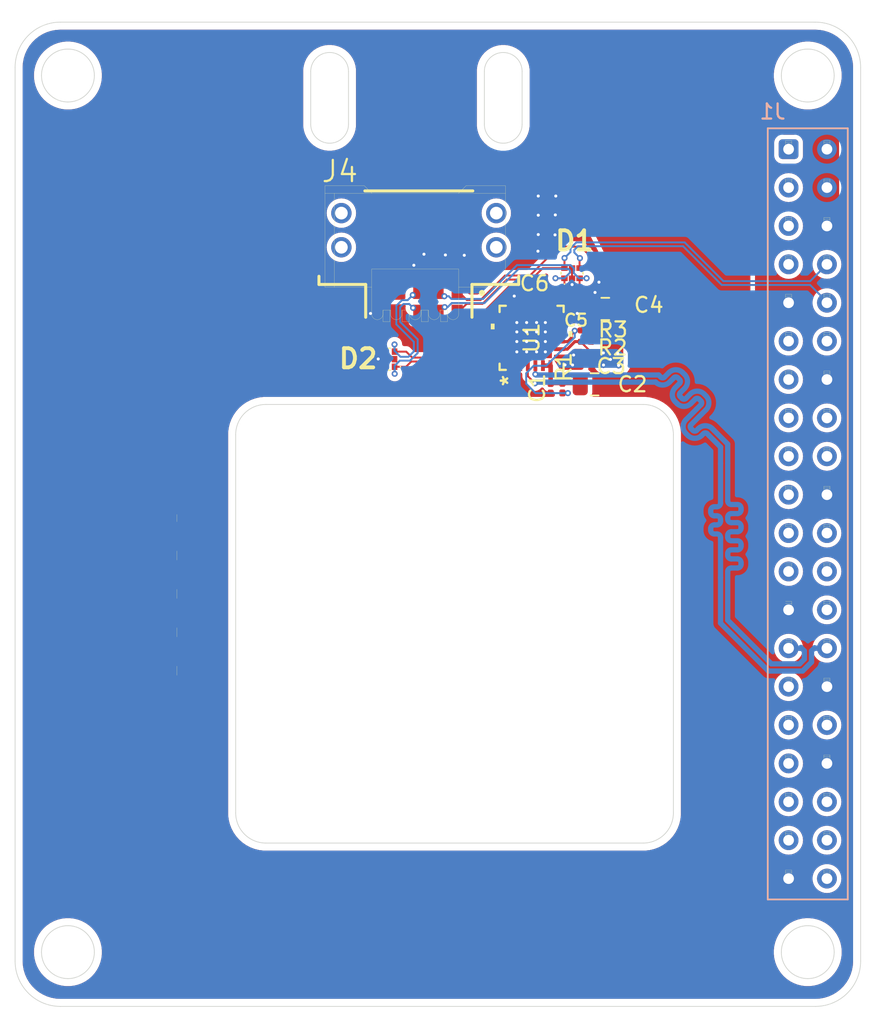
<source format=kicad_pcb>
(kicad_pcb (version 20240108) (generator "pcbnew") (generator_version "8.0")
  (layers (0 "F.Cu" signal) (31 "B.Cu" signal) (34 "B.Paste" user) (35 "F.Paste" user) (36 "B.SilkS" user "B.Silkscreen") (37 "F.SilkS" user "F.Silkscreen") (38 "B.Mask" user) (39 "F.Mask" user) (44 "Edge.Cuts" user))
  (net 0 "")
  (net 1 "VDD")
  (net 2 "GND")
  (net 3 "5VSYS")
  (net 4 "Net-(U1-*RST)")
  (net 5 "Net-(U1-NC{slash}DCD_ECI{slash}VPP)")
  (net 6 "UART1_RX")
  (net 7 "UART2_TX")
  (net 8 "UART1_TX")
  (net 9 "UART2_RX")
  (net 12 "Net-(U1-VBUS)")
  (net 50 "USB_P")
  (net 51 "USB_N")
  (net 52 "UART3_TX")
  (net 53 "UART3_RX")
  (footprint "PESD3V3L4UF,115:PESD3V3L5UF115" (layer "F.Cu") (at 152.386 89.036)
    (property "Reference" "D1")
    (property "Value" "PESD3V3L4UF,115" (hide yes))
  )
  (footprint "Capacitor_SMD:C_0805_2012Metric" (layer "F.Cu") (at 153.88 96.39)
    (property "Reference" "C2")
    (property "Value" "10u" (hide yes))
  )
  (footprint "Capacitor_SMD:C_0201_0603Metric" (layer "F.Cu") (at 153.31 95.02)
    (property "Reference" "C3")
    (property "Value" "100n")
  )
  (footprint "Capacitor_SMD:C_0805_2012Metric" (layer "F.Cu") (at 154.59 91.4 180)
    (property "Reference" "C4")
    (property "Value" "10u")
  )
  (footprint "TFM-105-02-L-DH:SAMTEC_TFM-105-02-L-DH" (layer "F.Cu") (at 142.24 83.59)
    (property "Reference" "J4")
    (property "Value" "TFM-105-02-L-DH")
  )
  (footprint "Capacitor_SMD:C_01005_0402Metric" (layer "F.Cu") (at 149.21 90.55 180)
    (property "Reference" "C6")
    (property "Value" "4.7u")
  )
  (footprint "CP2105:QFN24_4X4_SIL-L" (layer "F.Cu") (at 149.71 93.3115 90)
    (property "Reference" "U1")
    (property "Value" "CP2105-F01-GM" (hide yes))
  )
  (footprint "Resistor_SMD:R_0201_0603Metric" (layer "F.Cu") (at 151.75 96.64 -90)
    (property "Reference" "R1")
    (property "Value" "4.3k" (hide yes))
  )
  (footprint "Resistor_SMD:R_0201_0603Metric" (layer "F.Cu") (at 153.32 93.57 180)
    (property "Reference" "R3")
    (property "Value" "47k")
  )
  (footprint "PESD3V3L4UF,115:PESD3V3L5UF115" (layer "F.Cu") (at 140.296 94.726 90)
    (property "Reference" "D2")
    (property "Value" "PESD3V3L4UF,115" (hide yes))
  )
  (footprint "Capacitor_SMD:C_0201_0603Metric" (layer "F.Cu") (at 150.97 96.65 -90)
    (property "Reference" "C1")
    (property "Value" "100n" (hide yes))
  )
  (footprint "Resistor_SMD:R_0201_0603Metric" (layer "F.Cu") (at 153.31 94.31)
    (property "Reference" "R2")
    (property "Value" "24k")
  )
  (footprint "Capacitor_SMD:C_0201_0603Metric" (layer "F.Cu") (at 153.32 92.82)
    (property "Reference" "C5")
    (property "Value" "100n")
  )
  (footprint "Connector_Samtec_HLE_THT:Samtec_HLE-120-02-xx-DV-TE_2x20_P2.54mm_Horizontal" (layer "B.Cu") (at 166.73 80.83 -90)
    (property "Reference" "J1")
    (property "Value" "Conn_02x10_Odd_Even" (hide yes))
  )
  (gr_line (start 169.06592 120.911785) (end 169.47232 120.911785) (stroke (width 0.0127)) (layer "F.SilkS"))
  (gr_line (start 169.06592 88.501385) (end 169.06592 88.374385) (stroke (width 0.0127)) (layer "F.SilkS"))
  (gr_line (start 166.52592 82.938785) (end 166.52592 82.811785) (stroke (width 0.0127)) (layer "F.SilkS"))
  (gr_line (start 169.06592 80.754385) (end 169.47232 80.754385) (stroke (width 0.0127)) (layer "F.SilkS"))
  (gr_line (start 169.06592 113.901385) (end 169.47232 113.901385) (stroke (width 0.0127)) (layer "F.SilkS"))
  (gr_line (start 166.93232 121.521385) (end 166.93232 121.394385) (stroke (width 0.0127)) (layer "F.SilkS"))
  (gr_line (start 166.93232 105.798785) (end 166.93232 105.671785) (stroke (width 0.0127)) (layer "F.SilkS"))
  (gr_line (start 169.06592 101.074385) (end 169.47232 101.074385) (stroke (width 0.0127)) (layer "F.SilkS"))
  (gr_line (start 166.93232 101.201385) (end 166.93232 101.074385) (stroke (width 0.0127)) (layer "F.SilkS"))
  (gr_line (start 166.52592 103.258785) (end 166.52592 103.131785) (stroke (width 0.0127)) (layer "F.SilkS"))
  (gr_line (start 169.06592 88.374385) (end 169.47232 88.374385) (stroke (width 0.0127)) (layer "F.SilkS"))
  (gr_line (start 169.06592 108.338785) (end 169.47232 108.338785) (stroke (width 0.0127)) (layer "F.SilkS"))
  (gr_line (start 169.47232 115.958785) (end 169.47232 115.831785) (stroke (width 0.0127)) (layer "F.SilkS"))
  (gr_line (start 166.52592 82.811785) (end 166.93232 82.811785) (stroke (width 0.0127)) (layer "F.SilkS"))
  (gr_line (start 169.06592 85.834385) (end 169.47232 85.834385) (stroke (width 0.0127)) (layer "F.SilkS"))
  (gr_line (start 166.52592 80.398785) (end 166.93232 80.398785) (stroke (width 0.0127)) (layer "F.SilkS"))
  (gr_line (start 126.21592 105.479885) (end 126.21592 105.352885) (stroke (width 0.0127)) (layer "F.SilkS"))
  (gr_line (start 166.93232 88.374385) (end 166.93232 88.018785) (stroke (width 0.0127)) (layer "F.SilkS"))
  (gr_line (start 142.40552 92.242585) (end 142.40552 91.480585) (stroke (width 0.0127)) (layer "F.SilkS"))
  (gr_line (start 166.93232 93.454385) (end 166.93232 93.098785) (stroke (width 0.0127)) (layer "F.SilkS"))
  (gr_line (start 169.06592 88.501385) (end 169.47232 88.501385) (stroke (width 0.0127)) (layer "F.SilkS"))
  (gr_line (start 166.52592 128.658785) (end 166.52592 128.531785) (stroke (width 0.0127)) (layer "F.SilkS"))
  (gr_line (start 166.52592 98.178785) (end 166.52592 98.051785) (stroke (width 0.0127)) (layer "F.SilkS"))
  (gr_line (start 169.47232 103.741385) (end 169.47232 103.614385) (stroke (width 0.0127)) (layer "F.SilkS"))
  (gr_line (start 126.21592 112.617285) (end 126.21592 112.490285) (stroke (width 0.0127)) (layer "F.SilkS"))
  (gr_line (start 140.37035 91.734585) (end 140.37035 91.480585) (stroke (width 0.0127)) (layer "F.SilkS"))
  (gr_line (start 166.52592 95.638785) (end 166.52592 95.511785) (stroke (width 0.0127)) (layer "F.SilkS"))
  (gr_line (start 136.65242 89.956585) (end 136.65242 83.758985) (stroke (width 0.0127)) (layer "F.SilkS"))
  (gr_line (start 169.06592 126.474385) (end 169.47232 126.474385) (stroke (width 0.0127)) (layer "F.SilkS"))
  (gr_line (start 166.52592 85.961385) (end 166.93232 85.961385) (stroke (width 0.0127)) (layer "F.SilkS"))
  (gr_line (start 166.93232 80.754385) (end 166.93232 80.398785) (stroke (width 0.0127)) (layer "F.SilkS"))
  (gr_line (start 166.52592 118.498785) (end 166.52592 118.371785) (stroke (width 0.0127)) (layer "F.SilkS"))
  (gr_line (start 169.06592 108.694385) (end 169.47232 108.694385) (stroke (width 0.0127)) (layer "F.SilkS"))
  (gr_line (start 166.52592 91.041385) (end 166.93232 91.041385) (stroke (width 0.0127)) (layer "F.SilkS"))
  (gr_line (start 143.67552 92.242585) (end 144.13272 92.242585) (stroke (width 0.0127)) (layer "F.SilkS"))
  (gr_line (start 169.06592 111.361385) (end 169.47232 111.361385) (stroke (width 0.0127)) (layer "F.SilkS"))
  (gr_line (start 169.06592 80.881385) (end 169.06592 80.754385) (stroke (width 0.0127)) (layer "F.SilkS"))
  (gr_line (start 141.59272 92.242585) (end 141.59272 91.480585) (stroke (width 0.0127)) (layer "F.SilkS"))
  (gr_line (start 169.06592 93.454385) (end 169.06592 93.098785) (stroke (width 0.0127)) (layer "F.SilkS"))
  (gr_line (start 169.06592 88.018785) (end 169.06592 87.891785) (stroke (width 0.0127)) (layer "F.SilkS"))
  (gr_line (start 166.93232 91.041385) (end 166.93232 90.914385) (stroke (width 0.0127)) (layer "F.SilkS"))
  (gr_line (start 166.52592 98.661385) (end 166.52592 98.534385) (stroke (width 0.0127)) (layer "F.SilkS"))
  (gr_line (start 169.47232 83.294385) (end 169.47232 82.938785) (stroke (width 0.0127)) (layer "F.SilkS"))
  (gr_line (start 169.47232 85.834385) (end 169.47232 85.478785) (stroke (width 0.0127)) (layer "F.SilkS"))
  (gr_line (start 144.88202 91.734585) (end 144.88202 89.956585) (stroke (width 0.0127)) (layer "F.SilkS"))
  (gr_line (start 169.06592 118.981385) (end 169.47232 118.981385) (stroke (width 0.0127)) (layer "F.SilkS"))
  (gr_line (start 169.06592 115.958785) (end 169.06592 115.831785) (stroke (width 0.0127)) (layer "F.SilkS"))
  (gr_line (start 169.06592 108.211785) (end 169.47232 108.211785) (stroke (width 0.0127)) (layer "F.SilkS"))
  (gr_line (start 166.93232 106.281385) (end 166.93232 106.154385) (stroke (width 0.0127)) (layer "F.SilkS"))
  (gr_line (start 169.47232 116.314385) (end 169.47232 115.958785) (stroke (width 0.0127)) (layer "F.SilkS"))
  (gr_line (start 166.52592 91.041385) (end 166.52592 90.914385) (stroke (width 0.0127)) (layer "F.SilkS"))
  (gr_line (start 166.52592 125.991785) (end 166.93232 125.991785) (stroke (width 0.0127)) (layer "F.SilkS"))
  (gr_line (start 169.06592 116.314385) (end 169.06592 115.958785) (stroke (width 0.0127)) (layer "F.SilkS"))
  (gr_line (start 166.52592 126.474385) (end 166.52592 126.118785) (stroke (width 0.0127)) (layer "F.SilkS"))
  (gr_line (start 126.21592 112.972885) (end 126.21592 112.617285) (stroke (width 0.0127)) (layer "F.SilkS"))
  (gr_line (start 126.21592 110.432885) (end 126.21592 110.077285) (stroke (width 0.0127)) (layer "F.SilkS"))
  (gr_line (start 169.06592 103.614385) (end 169.06592 103.258785) (stroke (width 0.0127)) (layer "F.SilkS"))
  (gr_line (start 166.93232 129.014385) (end 166.93232 128.658785) (stroke (width 0.0127)) (layer "F.SilkS"))
  (gr_line (start 166.52592 103.614385) (end 166.93232 103.614385) (stroke (width 0.0127)) (layer "F.SilkS"))
  (gr_circle (center 166.73 80.58) (end 166.73 80.57) (stroke (width 0.1)) (fill none) (layer "F.SilkS"))
  (gr_line (start 169.06592 91.041385) (end 169.06592 90.914385) (stroke (width 0.0127)) (layer "F.SilkS"))
  (gr_line (start 166.93232 118.981385) (end 166.93232 118.854385) (stroke (width 0.0127)) (layer "F.SilkS"))
  (gr_line (start 169.06592 129.014385) (end 169.47232 129.014385) (stroke (width 0.0127)) (layer "F.SilkS"))
  (gr_line (start 169.06592 105.798785) (end 169.06592 105.671785) (stroke (width 0.0127)) (layer "F.SilkS"))
  (gr_line (start 166.52592 118.854385) (end 166.93232 118.854385) (stroke (width 0.0127)) (layer "F.SilkS"))
  (gr_line (start 169.06592 80.398785) (end 169.06592 80.271785) (stroke (width 0.0127)) (layer "F.SilkS"))
  (gr_line (start 166.52592 90.431785) (end 166.93232 90.431785) (stroke (width 0.0127)) (layer "F.SilkS"))
  (gr_line (start 169.06592 116.314385) (end 169.47232 116.314385) (stroke (width 0.0127)) (layer "F.SilkS"))
  (gr_line (start 169.06592 85.961385) (end 169.47232 85.961385) (stroke (width 0.0127)) (layer "F.SilkS"))
  (gr_line (start 169.47232 121.521385) (end 169.47232 121.394385) (stroke (width 0.0127)) (layer "F.SilkS"))
  (gr_line (start 166.93232 116.314385) (end 166.93232 115.958785) (stroke (width 0.0127)) (layer "F.SilkS"))
  (gr_line (start 166.52592 96.121385) (end 166.93232 96.121385) (stroke (width 0.0127)) (layer "F.SilkS"))
  (gr_line (start 169.06592 88.018785) (end 169.47232 88.018785) (stroke (width 0.0127)) (layer "F.SilkS"))
  (gr_line (start 136.65242 83.758985) (end 147.98082 83.758985) (stroke (width 0.0127)) (layer "F.SilkS"))
  (gr_line (start 140.32272 92.242585) (end 140.32272 91.480585) (stroke (width 0.0127)) (layer "F.SilkS"))
  (gr_line (start 166.52592 83.294385) (end 166.93232 83.294385) (stroke (width 0.0127)) (layer "F.SilkS"))
  (gr_line (start 166.52592 121.038785) (end 166.52592 120.911785) (stroke (width 0.0127)) (layer "F.SilkS"))
  (gr_line (start 169.47232 83.421385) (end 169.47232 83.294385) (stroke (width 0.0127)) (layer "F.SilkS"))
  (gr_line (start 169.47232 113.774385) (end 169.47232 113.418785) (stroke (width 0.0127)) (layer "F.SilkS"))
  (gr_line (start 169.06592 118.371785) (end 169.47232 118.371785) (stroke (width 0.0127)) (layer "F.SilkS"))
  (gr_line (start 169.06592 85.961385) (end 169.06592 85.834385) (stroke (width 0.0127)) (layer "F.SilkS"))
  (gr_line (start 169.06592 82.938785) (end 169.06592 82.811785) (stroke (width 0.0127)) (layer "F.SilkS"))
  (gr_line (start 169.47232 128.658785) (end 169.47232 128.531785) (stroke (width 0.0127)) (layer "F.SilkS"))
  (gr_line (start 169.47232 118.498785) (end 169.47232 118.371785) (stroke (width 0.0127)) (layer "F.SilkS"))
  (gr_line (start 169.47232 93.098785) (end 169.47232 92.971785) (stroke (width 0.0127)) (layer "F.SilkS"))
  (gr_line (start 169.06592 103.741385) (end 169.47232 103.741385) (stroke (width 0.0127)) (layer "F.SilkS"))
  (gr_line (start 169.47232 103.614385) (end 169.47232 103.258785) (stroke (width 0.0127)) (layer "F.SilkS"))
  (gr_line (start 166.52592 126.118785) (end 166.52592 125.991785) (stroke (width 0.0127)) (layer "F.SilkS"))
  (gr_arc (start 139.86552 91.734585) (mid 139.49087 92.109235) (end 139.11622 91.734585) (stroke (width 0.0127)) (layer "F.SilkS"))
  (gr_line (start 169.47232 121.394385) (end 169.47232 121.038785) (stroke (width 0.0127)) (layer "F.SilkS"))
  (gr_line (start 166.93232 90.558785) (end 166.93232 90.431785) (stroke (width 0.0127)) (layer "F.SilkS"))
  (gr_line (start 169.06592 92.971785) (end 169.47232 92.971785) (stroke (width 0.0127)) (layer "F.SilkS"))
  (gr_arc (start 141.11965 91.734585) (mid 140.745 92.109235) (end 140.37035 91.734585) (stroke (width 0.0127)) (layer "F.SilkS"))
  (gr_line (start 166.52592 93.454385) (end 166.52592 93.098785) (stroke (width 0.0127)) (layer "F.SilkS"))
  (gr_line (start 136.01742 89.956585) (end 136.65242 89.956585) (stroke (width 0.0127)) (layer "F.SilkS"))
  (gr_line (start 166.93232 126.474385) (end 166.93232 126.118785) (stroke (width 0.0127)) (layer "F.SilkS"))
  (gr_line (start 166.93232 96.121385) (end 166.93232 95.994385) (stroke (width 0.0127)) (layer "F.SilkS"))
  (gr_line (start 136.65242 89.956585) (end 139.11622 89.956585) (stroke (width 0.0127)) (layer "F.SilkS"))
  (gr_line (start 126.21592 115.157285) (end 126.21592 115.030285) (stroke (width 0.0127)) (layer "F.SilkS"))
  (gr_line (start 166.93232 111.234385) (end 166.93232 110.878785) (stroke (width 0.0127)) (layer "F.SilkS"))
  (gr_line (start 169.06592 80.881385) (end 169.47232 80.881385) (stroke (width 0.0127)) (layer "F.SilkS"))
  (gr_line (start 166.52592 95.994385) (end 166.52592 95.638785) (stroke (width 0.0127)) (layer "F.SilkS"))
  (gr_line (start 169.47232 126.474385) (end 169.47232 126.118785) (stroke (width 0.0127)) (layer "F.SilkS"))
  (gr_line (start 169.47232 80.398785) (end 169.47232 80.271785) (stroke (width 0.0127)) (layer "F.SilkS"))
  (gr_line (start 166.93232 121.038785) (end 166.93232 120.911785) (stroke (width 0.0127)) (layer "F.SilkS"))
  (gr_line (start 142.40552 92.242585) (end 142.86272 92.242585) (stroke (width 0.0127)) (layer "F.SilkS"))
  (gr_line (start 169.06592 128.658785) (end 169.47232 128.658785) (stroke (width 0.0127)) (layer "F.SilkS"))
  (gr_line (start 144.13272 91.734585) (end 144.13272 91.480585) (stroke (width 0.0127)) (layer "F.SilkS"))
  (gr_line (start 169.47232 113.418785) (end 169.47232 113.291785) (stroke (width 0.0127)) (layer "F.SilkS"))
  (gr_line (start 169.06592 126.118785) (end 169.47232 126.118785) (stroke (width 0.0127)) (layer "F.SilkS"))
  (gr_line (start 169.06592 103.614385) (end 169.47232 103.614385) (stroke (width 0.0127)) (layer "F.SilkS"))
  (gr_line (start 166.93232 93.098785) (end 166.93232 92.971785) (stroke (width 0.0127)) (layer "F.SilkS"))
  (gr_line (start 166.52592 93.098785) (end 166.52592 92.971785) (stroke (width 0.0127)) (layer "F.SilkS"))
  (gr_line (start 169.47232 118.854385) (end 169.47232 118.498785) (stroke (width 0.0127)) (layer "F.SilkS"))
  (gr_line (start 136.01742 83.250985) (end 138.63362 83.250985) (stroke (width 0.0127)) (layer "F.SilkS"))
  (gr_line (start 126.21592 105.352885) (end 126.21592 104.997285) (stroke (width 0.0127)) (layer "F.SilkS"))
  (gr_line (start 141.11965 91.734585) (end 141.11965 91.480585) (stroke (width 0.0127)) (layer "F.SilkS"))
  (gr_line (start 166.52592 111.234385) (end 166.93232 111.234385) (stroke (width 0.0127)) (layer "F.SilkS"))
  (gr_line (start 169.47232 85.478785) (end 169.47232 85.351785) (stroke (width 0.0127)) (layer "F.SilkS"))
  (gr_line (start 166.52592 118.981385) (end 166.52592 118.854385) (stroke (width 0.0127)) (layer "F.SilkS"))
  (gr_line (start 166.52592 124.061385) (end 166.93232 124.061385) (stroke (width 0.0127)) (layer "F.SilkS"))
  (gr_line (start 169.47232 88.501385) (end 169.47232 88.374385) (stroke (width 0.0127)) (layer "F.SilkS"))
  (gr_line (start 169.47232 101.201385) (end 169.47232 101.074385) (stroke (width 0.0127)) (layer "F.SilkS"))
  (gr_line (start 169.47232 106.281385) (end 169.47232 106.154385) (stroke (width 0.0127)) (layer "F.SilkS"))
  (gr_line (start 166.52592 126.601385) (end 166.93232 126.601385) (stroke (width 0.0127)) (layer "F.SilkS"))
  (gr_line (start 169.47232 90.558785) (end 169.47232 90.431785) (stroke (width 0.0127)) (layer "F.SilkS"))
  (gr_line (start 139.86552 91.480585) (end 140.37035 91.480585) (stroke (width 0.0127)) (layer "F.SilkS"))
  (gr_line (start 166.93232 85.834385) (end 166.93232 85.478785) (stroke (width 0.0127)) (layer "F.SilkS"))
  (gr_line (start 166.52592 90.914385) (end 166.93232 90.914385) (stroke (width 0.0127)) (layer "F.SilkS"))
  (gr_line (start 166.52592 88.018785) (end 166.93232 88.018785) (stroke (width 0.0127)) (layer "F.SilkS"))
  (gr_line (start 166.52592 85.961385) (end 166.52592 85.834385) (stroke (width 0.0127)) (layer "F.SilkS"))
  (gr_line (start 142.37377 91.480585) (end 142.8786 91.480585) (stroke (width 0.0127)) (layer "F.SilkS"))
  (gr_line (start 169.47232 80.881385) (end 169.47232 80.754385) (stroke (width 0.0127)) (layer "F.SilkS"))
  (gr_line (start 169.06592 83.294385) (end 169.06592 82.938785) (stroke (width 0.0127)) (layer "F.SilkS"))
  (gr_line (start 166.52592 100.718785) (end 166.93232 100.718785) (stroke (width 0.0127)) (layer "F.SilkS"))
  (gr_line (start 169.06592 90.914385) (end 169.47232 90.914385) (stroke (width 0.0127)) (layer "F.SilkS"))
  (gr_line (start 169.06592 129.141385) (end 169.47232 129.141385) (stroke (width 0.0127)) (layer "F.SilkS"))
  (gr_line (start 166.93232 115.958785) (end 166.93232 115.831785) (stroke (width 0.0127)) (layer "F.SilkS"))
  (gr_line (start 166.52592 113.418785) (end 166.93232 113.418785) (stroke (width 0.0127)) (layer "F.SilkS"))
  (gr_line (start 169.47232 93.581385) (end 169.47232 93.454385) (stroke (width 0.0127)) (layer "F.SilkS"))
  (gr_line (start 166.52592 80.754385) (end 166.93232 80.754385) (stroke (width 0.0127)) (layer "F.SilkS"))
  (gr_line (start 169.47232 111.361385) (end 169.47232 111.234385) (stroke (width 0.0127)) (layer "F.SilkS"))
  (gr_line (start 166.52592 105.671785) (end 166.93232 105.671785) (stroke (width 0.0127)) (layer "F.SilkS"))
  (gr_line (start 166.93232 85.961385) (end 166.93232 85.834385) (stroke (width 0.0127)) (layer "F.SilkS"))
  (gr_line (start 166.52592 82.938785) (end 166.93232 82.938785) (stroke (width 0.0127)) (layer "F.SilkS"))
  (gr_line (start 166.52592 85.478785) (end 166.52592 85.351785) (stroke (width 0.0127)) (layer "F.SilkS"))
  (gr_line (start 169.47232 82.938785) (end 169.47232 82.811785) (stroke (width 0.0127)) (layer "F.SilkS"))
  (gr_line (start 169.47232 108.821385) (end 169.47232 108.694385) (stroke (width 0.0127)) (layer "F.SilkS"))
  (gr_line (start 166.93232 108.821385) (end 166.93232 108.694385) (stroke (width 0.0127)) (layer "F.SilkS"))
  (gr_line (start 169.06592 126.474385) (end 169.06592 126.118785) (stroke (width 0.0127)) (layer "F.SilkS"))
  (gr_line (start 166.52592 103.258785) (end 166.93232 103.258785) (stroke (width 0.0127)) (layer "F.SilkS"))
  (gr_line (start 136.01742 89.956585) (end 136.01742 83.758985) (stroke (width 0.0127)) (layer "F.SilkS"))
  (gr_arc (start 142.37377 91.734585) (mid 141.99912 92.109235) (end 141.62447 91.734585) (stroke (width 0.0127)) (layer "F.SilkS"))
  (gr_line (start 166.52592 85.478785) (end 166.93232 85.478785) (stroke (width 0.0127)) (layer "F.SilkS"))
  (gr_line (start 143.6279 91.480585) (end 144.13272 91.480585) (stroke (width 0.0127)) (layer "F.SilkS"))
  (gr_line (start 136.01742 83.758985) (end 136.01742 83.250985) (stroke (width 0.0127)) (layer "F.SilkS"))
  (gr_line (start 169.06592 82.938785) (end 169.47232 82.938785) (stroke (width 0.0127)) (layer "F.SilkS"))
  (gr_line (start 139.86552 92.242585) (end 139.86552 91.480585) (stroke (width 0.0127)) (layer "F.SilkS"))
  (gr_line (start 126.21592 110.077285) (end 126.21592 109.950285) (stroke (width 0.0127)) (layer "F.SilkS"))
  (gr_line (start 166.52592 118.854385) (end 166.52592 118.498785) (stroke (width 0.0127)) (layer "F.SilkS"))
  (gr_line (start 166.93232 118.498785) (end 166.93232 118.371785) (stroke (width 0.0127)) (layer "F.SilkS"))
  (gr_line (start 169.06592 106.154385) (end 169.06592 105.798785) (stroke (width 0.0127)) (layer "F.SilkS"))
  (gr_line (start 169.06592 115.958785) (end 169.47232 115.958785) (stroke (width 0.0127)) (layer "F.SilkS"))
  (gr_line (start 166.52592 121.394385) (end 166.52592 121.038785) (stroke (width 0.0127)) (layer "F.SilkS"))
  (gr_line (start 166.52592 92.971785) (end 166.93232 92.971785) (stroke (width 0.0127)) (layer "F.SilkS"))
  (gr_line (start 166.52592 123.451785) (end 166.93232 123.451785) (stroke (width 0.0127)) (layer "F.SilkS"))
  (gr_line (start 169.06592 93.098785) (end 169.06592 92.971785) (stroke (width 0.0127)) (layer "F.SilkS"))
  (gr_line (start 166.52592 128.531785) (end 166.93232 128.531785) (stroke (width 0.0127)) (layer "F.SilkS"))
  (gr_line (start 169.06592 93.581385) (end 169.06592 93.454385) (stroke (width 0.0127)) (layer "F.SilkS"))
  (gr_line (start 166.52592 101.201385) (end 166.52592 101.074385) (stroke (width 0.0127)) (layer "F.SilkS"))
  (gr_line (start 166.52592 85.351785) (end 166.93232 85.351785) (stroke (width 0.0127)) (layer "F.SilkS"))
  (gr_line (start 166.52592 110.751785) (end 166.93232 110.751785) (stroke (width 0.0127)) (layer "F.SilkS"))
  (gr_line (start 147.98082 83.758985) (end 147.98082 83.250985) (stroke (width 0.0127)) (layer "F.SilkS"))
  (gr_line (start 166.52592 93.581385) (end 166.52592 93.454385) (stroke (width 0.0127)) (layer "F.SilkS"))
  (gr_line (start 169.06592 98.534385) (end 169.06592 98.178785) (stroke (width 0.0127)) (layer "F.SilkS"))
  (gr_line (start 169.06592 128.531785) (end 169.47232 128.531785) (stroke (width 0.0127)) (layer "F.SilkS"))
  (gr_line (start 166.93232 103.614385) (end 166.93232 103.258785) (stroke (width 0.0127)) (layer "F.SilkS"))
  (gr_line (start 144.13272 92.242585) (end 144.13272 91.480585) (stroke (width 0.0127)) (layer "F.SilkS"))
  (gr_line (start 166.52592 113.291785) (end 166.93232 113.291785) (stroke (width 0.0127)) (layer "F.SilkS"))
  (gr_line (start 169.06592 95.638785) (end 169.47232 95.638785) (stroke (width 0.0127)) (layer "F.SilkS"))
  (gr_line (start 166.52592 95.511785) (end 166.93232 95.511785) (stroke (width 0.0127)) (layer "F.SilkS"))
  (gr_line (start 166.52592 118.371785) (end 166.93232 118.371785) (stroke (width 0.0127)) (layer "F.SilkS"))
  (gr_line (start 169.06592 106.154385) (end 169.47232 106.154385) (stroke (width 0.0127)) (layer "F.SilkS"))
  (gr_line (start 169.06592 100.591785) (end 169.47232 100.591785) (stroke (width 0.0127)) (layer "F.SilkS"))
  (gr_line (start 169.06592 113.901385) (end 169.06592 113.774385) (stroke (width 0.0127)) (layer "F.SilkS"))
  (gr_line (start 166.93232 85.478785) (end 166.93232 85.351785) (stroke (width 0.0127)) (layer "F.SilkS"))
  (gr_line (start 166.52592 126.601385) (end 166.52592 126.474385) (stroke (width 0.0127)) (layer "F.SilkS"))
  (gr_line (start 166.93232 126.118785) (end 166.93232 125.991785) (stroke (width 0.0127)) (layer "F.SilkS"))
  (gr_line (start 169.06592 101.201385) (end 169.06592 101.074385) (stroke (width 0.0127)) (layer "F.SilkS"))
  (gr_line (start 166.52592 90.914385) (end 166.52592 90.558785) (stroke (width 0.0127)) (layer "F.SilkS"))
  (gr_line (start 169.06592 98.661385) (end 169.47232 98.661385) (stroke (width 0.0127)) (layer "F.SilkS"))
  (gr_line (start 169.06592 103.258785) (end 169.47232 103.258785) (stroke (width 0.0127)) (layer "F.SilkS"))
  (gr_line (start 166.93232 113.901385) (end 166.93232 113.774385) (stroke (width 0.0127)) (layer "F.SilkS"))
  (gr_line (start 169.47232 110.878785) (end 169.47232 110.751785) (stroke (width 0.0127)) (layer "F.SilkS"))
  (gr_line (start 166.52592 96.121385) (end 166.52592 95.994385) (stroke (width 0.0127)) (layer "F.SilkS"))
  (gr_line (start 169.47232 91.041385) (end 169.47232 90.914385) (stroke (width 0.0127)) (layer "F.SilkS"))
  (gr_line (start 169.06592 98.661385) (end 169.06592 98.534385) (stroke (width 0.0127)) (layer "F.SilkS"))
  (gr_line (start 166.52592 93.581385) (end 166.93232 93.581385) (stroke (width 0.0127)) (layer "F.SilkS"))
  (gr_line (start 166.52592 118.981385) (end 166.93232 118.981385) (stroke (width 0.0127)) (layer "F.SilkS"))
  (gr_line (start 166.52592 129.014385) (end 166.93232 129.014385) (stroke (width 0.0127)) (layer "F.SilkS"))
  (gr_line (start 166.93232 95.638785) (end 166.93232 95.511785) (stroke (width 0.0127)) (layer "F.SilkS"))
  (gr_line (start 166.52592 106.281385) (end 166.93232 106.281385) (stroke (width 0.0127)) (layer "F.SilkS"))
  (gr_line (start 169.06592 90.558785) (end 169.47232 90.558785) (stroke (width 0.0127)) (layer "F.SilkS"))
  (gr_line (start 166.52592 126.118785) (end 166.93232 126.118785) (stroke (width 0.0127)) (layer "F.SilkS"))
  (gr_line (start 169.47232 123.578785) (end 169.47232 123.451785) (stroke (width 0.0127)) (layer "F.SilkS"))
  (gr_line (start 166.52592 90.558785) (end 166.52592 90.431785) (stroke (width 0.0127)) (layer "F.SilkS"))
  (gr_line (start 166.93232 90.914385) (end 166.93232 90.558785) (stroke (width 0.0127)) (layer "F.SilkS"))
  (gr_line (start 166.52592 103.614385) (end 166.52592 103.258785) (stroke (width 0.0127)) (layer "F.SilkS"))
  (gr_line (start 169.06592 98.178785) (end 169.06592 98.051785) (stroke (width 0.0127)) (layer "F.SilkS"))
  (gr_line (start 169.06592 126.118785) (end 169.06592 125.991785) (stroke (width 0.0127)) (layer "F.SilkS"))
  (gr_line (start 166.52592 101.074385) (end 166.93232 101.074385) (stroke (width 0.0127)) (layer "F.SilkS"))
  (gr_line (start 166.93232 108.338785) (end 166.93232 108.211785) (stroke (width 0.0127)) (layer "F.SilkS"))
  (gr_line (start 142.8786 91.734585) (end 142.8786 91.480585) (stroke (width 0.0127)) (layer "F.SilkS"))
  (gr_line (start 143.6279 91.734585) (end 143.6279 91.480585) (stroke (width 0.0127)) (layer "F.SilkS"))
  (gr_line (start 166.52592 108.694385) (end 166.93232 108.694385) (stroke (width 0.0127)) (layer "F.SilkS"))
  (gr_line (start 169.06592 116.441385) (end 169.06592 116.314385) (stroke (width 0.0127)) (layer "F.SilkS"))
  (gr_line (start 166.52592 120.911785) (end 166.93232 120.911785) (stroke (width 0.0127)) (layer "F.SilkS"))
  (gr_line (start 169.47232 85.961385) (end 169.47232 85.834385) (stroke (width 0.0127)) (layer "F.SilkS"))
  (gr_line (start 126.21592 115.639885) (end 126.21592 115.512885) (stroke (width 0.0127)) (layer "F.SilkS"))
  (gr_line (start 166.52592 124.061385) (end 166.52592 123.934385) (stroke (width 0.0127)) (layer "F.SilkS"))
  (gr_line (start 166.93232 118.854385) (end 166.93232 118.498785) (stroke (width 0.0127)) (layer "F.SilkS"))
  (gr_line (start 169.06592 121.394385) (end 169.06592 121.038785) (stroke (width 0.0127)) (layer "F.SilkS"))
  (gr_line (start 169.06592 108.338785) (end 169.06592 108.211785) (stroke (width 0.0127)) (layer "F.SilkS"))
  (gr_line (start 166.93232 111.361385) (end 166.93232 111.234385) (stroke (width 0.0127)) (layer "F.SilkS"))
  (gr_line (start 169.47232 93.454385) (end 169.47232 93.098785) (stroke (width 0.0127)) (layer "F.SilkS"))
  (gr_line (start 169.06592 91.041385) (end 169.47232 91.041385) (stroke (width 0.0127)) (layer "F.SilkS"))
  (gr_line (start 166.52592 108.821385) (end 166.93232 108.821385) (stroke (width 0.0127)) (layer "F.SilkS"))
  (gr_line (start 166.52592 88.501385) (end 166.93232 88.501385) (stroke (width 0.0127)) (layer "F.SilkS"))
  (gr_line (start 169.06592 110.878785) (end 169.06592 110.751785) (stroke (width 0.0127)) (layer "F.SilkS"))
  (gr_line (start 169.06592 118.981385) (end 169.06592 118.854385) (stroke (width 0.0127)) (layer "F.SilkS"))
  (gr_line (start 166.52592 87.891785) (end 166.93232 87.891785) (stroke (width 0.0127)) (layer "F.SilkS"))
  (gr_line (start 169.47232 126.601385) (end 169.47232 126.474385) (stroke (width 0.0127)) (layer "F.SilkS"))
  (gr_line (start 169.06592 87.891785) (end 169.47232 87.891785) (stroke (width 0.0127)) (layer "F.SilkS"))
  (gr_line (start 169.47232 124.061385) (end 169.47232 123.934385) (stroke (width 0.0127)) (layer "F.SilkS"))
  (gr_line (start 166.52592 103.741385) (end 166.93232 103.741385) (stroke (width 0.0127)) (layer "F.SilkS"))
  (gr_line (start 169.06592 90.914385) (end 169.06592 90.558785) (stroke (width 0.0127)) (layer "F.SilkS"))
  (gr_line (start 166.52592 103.131785) (end 166.93232 103.131785) (stroke (width 0.0127)) (layer "F.SilkS"))
  (gr_line (start 169.06592 80.398785) (end 169.47232 80.398785) (stroke (width 0.0127)) (layer "F.SilkS"))
  (gr_line (start 141.13552 92.242585) (end 141.59272 92.242585) (stroke (width 0.0127)) (layer "F.SilkS"))
  (gr_line (start 166.52592 115.831785) (end 166.93232 115.831785) (stroke (width 0.0127)) (layer "F.SilkS"))
  (gr_line (start 166.52592 121.521385) (end 166.93232 121.521385) (stroke (width 0.0127)) (layer "F.SilkS"))
  (gr_line (start 166.52592 80.398785) (end 166.52592 80.271785) (stroke (width 0.0127)) (layer "F.SilkS"))
  (gr_line (start 166.52592 103.741385) (end 166.52592 103.614385) (stroke (width 0.0127)) (layer "F.SilkS"))
  (gr_line (start 144.85662 83.758985) (end 145.36462 83.250985) (stroke (width 0.0127)) (layer "F.SilkS"))
  (gr_line (start 166.93232 98.534385) (end 166.93232 98.178785) (stroke (width 0.0127)) (layer "F.SilkS"))
  (gr_line (start 166.52592 128.658785) (end 166.93232 128.658785) (stroke (width 0.0127)) (layer "F.SilkS"))
  (gr_line (start 169.06592 83.294385) (end 169.47232 83.294385) (stroke (width 0.0127)) (layer "F.SilkS"))
  (gr_line (start 169.06592 103.741385) (end 169.06592 103.614385) (stroke (width 0.0127)) (layer "F.SilkS"))
  (gr_line (start 169.06592 85.834385) (end 169.06592 85.478785) (stroke (width 0.0127)) (layer "F.SilkS"))
  (gr_line (start 169.06592 113.291785) (end 169.47232 113.291785) (stroke (width 0.0127)) (layer "F.SilkS"))
  (gr_line (start 166.52592 98.661385) (end 166.93232 98.661385) (stroke (width 0.0127)) (layer "F.SilkS"))
  (gr_line (start 144.88202 89.956585) (end 147.98082 89.956585) (stroke (width 0.0127)) (layer "F.SilkS"))
  (gr_line (start 169.06592 125.991785) (end 169.47232 125.991785) (stroke (width 0.0127)) (layer "F.SilkS"))
  (gr_arc (start 144.88202 91.734585) (mid 144.50737 92.109235) (end 144.13272 91.734585) (stroke (width 0.0127)) (layer "F.SilkS"))
  (gr_line (start 169.06592 124.061385) (end 169.06592 123.934385) (stroke (width 0.0127)) (layer "F.SilkS"))
  (gr_line (start 166.52592 123.934385) (end 166.52592 123.578785) (stroke (width 0.0127)) (layer "F.SilkS"))
  (gr_line (start 138.63362 83.250985) (end 139.14162 83.758985) (stroke (width 0.0127)) (layer "F.SilkS"))
  (gr_line (start 169.06592 111.234385) (end 169.47232 111.234385) (stroke (width 0.0127)) (layer "F.SilkS"))
  (gr_line (start 126.21592 113.099885) (end 126.21592 112.972885) (stroke (width 0.0127)) (layer "F.SilkS"))
  (gr_line (start 169.47232 90.914385) (end 169.47232 90.558785) (stroke (width 0.0127)) (layer "F.SilkS"))
  (gr_line (start 169.06592 100.718785) (end 169.47232 100.718785) (stroke (width 0.0127)) (layer "F.SilkS"))
  (gr_line (start 169.06592 88.374385) (end 169.06592 88.018785) (stroke (width 0.0127)) (layer "F.SilkS"))
  (gr_line (start 169.06592 80.754385) (end 169.06592 80.398785) (stroke (width 0.0127)) (layer "F.SilkS"))
  (gr_line (start 169.06592 108.821385) (end 169.47232 108.821385) (stroke (width 0.0127)) (layer "F.SilkS"))
  (gr_line (start 166.93232 124.061385) (end 166.93232 123.934385) (stroke (width 0.0127)) (layer "F.SilkS"))
  (gr_line (start 139.11622 88.762785) (end 144.88202 88.762785) (stroke (width 0.0127)) (layer "F.SilkS"))
  (gr_line (start 169.06592 93.581385) (end 169.47232 93.581385) (stroke (width 0.0127)) (layer "F.SilkS"))
  (gr_line (start 166.93232 103.258785) (end 166.93232 103.131785) (stroke (width 0.0127)) (layer "F.SilkS"))
  (gr_line (start 169.06592 93.454385) (end 169.47232 93.454385) (stroke (width 0.0127)) (layer "F.SilkS"))
  (gr_line (start 169.06592 108.694385) (end 169.06592 108.338785) (stroke (width 0.0127)) (layer "F.SilkS"))
  (gr_line (start 169.06592 123.934385) (end 169.06592 123.578785) (stroke (width 0.0127)) (layer "F.SilkS"))
  (gr_line (start 166.93232 106.154385) (end 166.93232 105.798785) (stroke (width 0.0127)) (layer "F.SilkS"))
  (gr_line (start 169.47232 121.038785) (end 169.47232 120.911785) (stroke (width 0.0127)) (layer "F.SilkS"))
  (gr_line (start 169.06592 110.878785) (end 169.47232 110.878785) (stroke (width 0.0127)) (layer "F.SilkS"))
  (gr_line (start 166.52592 88.501385) (end 166.52592 88.374385) (stroke (width 0.0127)) (layer "F.SilkS"))
  (gr_line (start 166.93232 113.418785) (end 166.93232 113.291785) (stroke (width 0.0127)) (layer "F.SilkS"))
  (gr_line (start 166.93232 100.718785) (end 166.93232 100.591785) (stroke (width 0.0127)) (layer "F.SilkS"))
  (gr_line (start 169.06592 118.498785) (end 169.06592 118.371785) (stroke (width 0.0127)) (layer "F.SilkS"))
  (gr_line (start 166.52592 129.141385) (end 166.52592 129.014385) (stroke (width 0.0127)) (layer "F.SilkS"))
  (gr_line (start 166.93232 113.774385) (end 166.93232 113.418785) (stroke (width 0.0127)) (layer "F.SilkS"))
  (gr_line (start 169.47232 95.638785) (end 169.47232 95.511785) (stroke (width 0.0127)) (layer "F.SilkS"))
  (gr_line (start 166.93232 108.694385) (end 166.93232 108.338785) (stroke (width 0.0127)) (layer "F.SilkS"))
  (gr_line (start 143.67552 92.242585) (end 143.67552 91.480585) (stroke (width 0.0127)) (layer "F.SilkS"))
  (gr_line (start 169.47232 96.121385) (end 169.47232 95.994385) (stroke (width 0.0127)) (layer "F.SilkS"))
  (gr_line (start 169.06592 105.671785) (end 169.47232 105.671785) (stroke (width 0.0127)) (layer "F.SilkS"))
  (gr_line (start 169.06592 118.854385) (end 169.06592 118.498785) (stroke (width 0.0127)) (layer "F.SilkS"))
  (gr_line (start 169.06592 129.014385) (end 169.06592 128.658785) (stroke (width 0.0127)) (layer "F.SilkS"))
  (gr_line (start 169.47232 123.934385) (end 169.47232 123.578785) (stroke (width 0.0127)) (layer "F.SilkS"))
  (gr_line (start 169.06592 118.498785) (end 169.47232 118.498785) (stroke (width 0.0127)) (layer "F.SilkS"))
  (gr_line (start 166.93232 123.578785) (end 166.93232 123.451785) (stroke (width 0.0127)) (layer "F.SilkS"))
  (gr_line (start 147.98082 89.956585) (end 147.98082 83.758985) (stroke (width 0.0127)) (layer "F.SilkS"))
  (gr_line (start 169.06592 80.271785) (end 169.47232 80.271785) (stroke (width 0.0127)) (layer "F.SilkS"))
  (gr_line (start 169.06592 98.178785) (end 169.47232 98.178785) (stroke (width 0.0127)) (layer "F.SilkS"))
  (gr_line (start 166.52592 80.754385) (end 166.52592 80.398785) (stroke (width 0.0127)) (layer "F.SilkS"))
  (gr_line (start 169.06592 85.351785) (end 169.47232 85.351785) (stroke (width 0.0127)) (layer "F.SilkS"))
  (gr_line (start 139.86552 92.242585) (end 140.32272 92.242585) (stroke (width 0.0127)) (layer "F.SilkS"))
  (gr_line (start 169.06592 98.051785) (end 169.47232 98.051785) (stroke (width 0.0127)) (layer "F.SilkS"))
  (gr_line (start 169.06592 121.038785) (end 169.06592 120.911785) (stroke (width 0.0127)) (layer "F.SilkS"))
  (gr_line (start 169.47232 118.981385) (end 169.47232 118.854385) (stroke (width 0.0127)) (layer "F.SilkS"))
  (gr_line (start 166.93232 116.441385) (end 166.93232 116.314385) (stroke (width 0.0127)) (layer "F.SilkS"))
  (gr_line (start 169.06592 123.451785) (end 169.47232 123.451785) (stroke (width 0.0127)) (layer "F.SilkS"))
  (gr_line (start 166.52592 100.591785) (end 166.93232 100.591785) (stroke (width 0.0127)) (layer "F.SilkS"))
  (gr_line (start 166.93232 83.294385) (end 166.93232 82.938785) (stroke (width 0.0127)) (layer "F.SilkS"))
  (gr_line (start 139.86552 91.734585) (end 139.86552 91.480585) (stroke (width 0.0127)) (layer "F.SilkS"))
  (gr_line (start 166.52592 80.881385) (end 166.93232 80.881385) (stroke (width 0.0127)) (layer "F.SilkS"))
  (gr_line (start 166.93232 129.141385) (end 166.93232 129.014385) (stroke (width 0.0127)) (layer "F.SilkS"))
  (gr_line (start 166.93232 103.741385) (end 166.93232 103.614385) (stroke (width 0.0127)) (layer "F.SilkS"))
  (gr_line (start 141.13552 92.242585) (end 141.13552 91.480585) (stroke (width 0.0127)) (layer "F.SilkS"))
  (gr_line (start 169.47232 105.798785) (end 169.47232 105.671785) (stroke (width 0.0127)) (layer "F.SilkS"))
  (gr_line (start 166.52592 100.718785) (end 166.52592 100.591785) (stroke (width 0.0127)) (layer "F.SilkS"))
  (gr_line (start 166.52592 105.798785) (end 166.52592 105.671785) (stroke (width 0.0127)) (layer "F.SilkS"))
  (gr_line (start 169.06592 90.558785) (end 169.06592 90.431785) (stroke (width 0.0127)) (layer "F.SilkS"))
  (gr_line (start 166.93232 83.421385) (end 166.93232 83.294385) (stroke (width 0.0127)) (layer "F.SilkS"))
  (gr_line (start 166.52592 83.421385) (end 166.93232 83.421385) (stroke (width 0.0127)) (layer "F.SilkS"))
  (gr_line (start 169.06592 116.441385) (end 169.47232 116.441385) (stroke (width 0.0127)) (layer "F.SilkS"))
  (gr_line (start 142.37377 91.734585) (end 142.37377 91.480585) (stroke (width 0.0127)) (layer "F.SilkS"))
  (gr_line (start 166.93232 95.994385) (end 166.93232 95.638785) (stroke (width 0.0127)) (layer "F.SilkS"))
  (gr_line (start 126.21592 108.019885) (end 126.21592 107.892885) (stroke (width 0.0127)) (layer "F.SilkS"))
  (gr_line (start 169.06592 85.478785) (end 169.47232 85.478785) (stroke (width 0.0127)) (layer "F.SilkS"))
  (gr_line (start 169.06592 96.121385) (end 169.47232 96.121385) (stroke (width 0.0127)) (layer "F.SilkS"))
  (gr_line (start 166.52592 123.578785) (end 166.93232 123.578785) (stroke (width 0.0127)) (layer "F.SilkS"))
  (gr_line (start 169.06592 123.578785) (end 169.47232 123.578785) (stroke (width 0.0127)) (layer "F.SilkS"))
  (gr_line (start 166.52592 98.178785) (end 166.93232 98.178785) (stroke (width 0.0127)) (layer "F.SilkS"))
  (gr_line (start 169.47232 129.141385) (end 169.47232 129.014385) (stroke (width 0.0127)) (layer "F.SilkS"))
  (gr_line (start 141.11965 91.480585) (end 141.62447 91.480585) (stroke (width 0.0127)) (layer "F.SilkS"))
  (gr_line (start 166.52592 80.881385) (end 166.52592 80.754385) (stroke (width 0.0127)) (layer "F.SilkS"))
  (gr_line (start 169.06592 83.421385) (end 169.47232 83.421385) (stroke (width 0.0127)) (layer "F.SilkS"))
  (gr_line (start 169.47232 111.234385) (end 169.47232 110.878785) (stroke (width 0.0127)) (layer "F.SilkS"))
  (gr_line (start 142.86272 92.242585) (end 142.86272 91.480585) (stroke (width 0.0127)) (layer "F.SilkS"))
  (gr_line (start 166.52592 105.798785) (end 166.93232 105.798785) (stroke (width 0.0127)) (layer "F.SilkS"))
  (gr_line (start 166.52592 116.314385) (end 166.93232 116.314385) (stroke (width 0.0127)) (layer "F.SilkS"))
  (gr_line (start 166.93232 88.501385) (end 166.93232 88.374385) (stroke (width 0.0127)) (layer "F.SilkS"))
  (gr_line (start 169.06592 128.658785) (end 169.06592 128.531785) (stroke (width 0.0127)) (layer "F.SilkS"))
  (gr_line (start 169.47232 100.718785) (end 169.47232 100.591785) (stroke (width 0.0127)) (layer "F.SilkS"))
  (gr_line (start 166.52592 123.934385) (end 166.93232 123.934385) (stroke (width 0.0127)) (layer "F.SilkS"))
  (gr_line (start 169.47232 98.178785) (end 169.47232 98.051785) (stroke (width 0.0127)) (layer "F.SilkS"))
  (gr_line (start 169.06592 96.121385) (end 169.06592 95.994385) (stroke (width 0.0127)) (layer "F.SilkS"))
  (gr_line (start 169.47232 103.258785) (end 169.47232 103.131785) (stroke (width 0.0127)) (layer "F.SilkS"))
  (gr_line (start 166.93232 80.398785) (end 166.93232 80.271785) (stroke (width 0.0127)) (layer "F.SilkS"))
  (gr_line (start 166.52592 90.558785) (end 166.93232 90.558785) (stroke (width 0.0127)) (layer "F.SilkS"))
  (gr_line (start 169.06592 90.431785) (end 169.47232 90.431785) (stroke (width 0.0127)) (layer "F.SilkS"))
  (gr_line (start 166.52592 108.211785) (end 166.93232 108.211785) (stroke (width 0.0127)) (layer "F.SilkS"))
  (gr_line (start 169.06592 85.478785) (end 169.06592 85.351785) (stroke (width 0.0127)) (layer "F.SilkS"))
  (gr_line (start 169.06592 126.601385) (end 169.47232 126.601385) (stroke (width 0.0127)) (layer "F.SilkS"))
  (gr_line (start 169.47232 80.754385) (end 169.47232 80.398785) (stroke (width 0.0127)) (layer "F.SilkS"))
  (gr_line (start 166.93232 121.394385) (end 166.93232 121.038785) (stroke (width 0.0127)) (layer "F.SilkS"))
  (gr_line (start 169.06592 113.774385) (end 169.47232 113.774385) (stroke (width 0.0127)) (layer "F.SilkS"))
  (gr_line (start 166.52592 111.361385) (end 166.93232 111.361385) (stroke (width 0.0127)) (layer "F.SilkS"))
  (gr_line (start 169.06592 121.521385) (end 169.47232 121.521385) (stroke (width 0.0127)) (layer "F.SilkS"))
  (gr_line (start 166.52592 113.774385) (end 166.93232 113.774385) (stroke (width 0.0127)) (layer "F.SilkS"))
  (gr_line (start 169.47232 95.994385) (end 169.47232 95.638785) (stroke (width 0.0127)) (layer "F.SilkS"))
  (gr_line (start 169.06592 113.418785) (end 169.47232 113.418785) (stroke (width 0.0127)) (layer "F.SilkS"))
  (gr_line (start 169.47232 98.661385) (end 169.47232 98.534385) (stroke (width 0.0127)) (layer "F.SilkS"))
  (gr_line (start 169.06592 121.521385) (end 169.06592 121.394385) (stroke (width 0.0127)) (layer "F.SilkS"))
  (gr_line (start 126.21592 107.892885) (end 126.21592 107.537285) (stroke (width 0.0127)) (layer "F.SilkS"))
  (gr_line (start 169.06592 101.201385) (end 169.47232 101.201385) (stroke (width 0.0127)) (layer "F.SilkS"))
  (gr_arc (start 143.6279 91.734585) (mid 143.25325 92.109235) (end 142.8786 91.734585) (stroke (width 0.0127)) (layer "F.SilkS"))
  (gr_line (start 169.06592 83.421385) (end 169.06592 83.294385) (stroke (width 0.0127)) (layer "F.SilkS"))
  (gr_line (start 166.52592 88.018785) (end 166.52592 87.891785) (stroke (width 0.0127)) (layer "F.SilkS"))
  (gr_line (start 166.52592 101.201385) (end 166.93232 101.201385) (stroke (width 0.0127)) (layer "F.SilkS"))
  (gr_line (start 169.06592 95.994385) (end 169.47232 95.994385) (stroke (width 0.0127)) (layer "F.SilkS"))
  (gr_line (start 126.21592 107.537285) (end 126.21592 107.410285) (stroke (width 0.0127)) (layer "F.SilkS"))
  (gr_line (start 169.47232 108.338785) (end 169.47232 108.211785) (stroke (width 0.0127)) (layer "F.SilkS"))
  (gr_line (start 169.47232 116.441385) (end 169.47232 116.314385) (stroke (width 0.0127)) (layer "F.SilkS"))
  (gr_line (start 169.47232 108.694385) (end 169.47232 108.338785) (stroke (width 0.0127)) (layer "F.SilkS"))
  (gr_line (start 169.47232 113.901385) (end 169.47232 113.774385) (stroke (width 0.0127)) (layer "F.SilkS"))
  (gr_line (start 166.93232 98.178785) (end 166.93232 98.051785) (stroke (width 0.0127)) (layer "F.SilkS"))
  (gr_line (start 166.52592 129.014385) (end 166.52592 128.658785) (stroke (width 0.0127)) (layer "F.SilkS"))
  (gr_line (start 169.47232 129.014385) (end 169.47232 128.658785) (stroke (width 0.0127)) (layer "F.SilkS"))
  (gr_line (start 144.88202 89.956585) (end 144.88202 88.762785) (stroke (width 0.0127)) (layer "F.SilkS"))
  (gr_line (start 166.93232 101.074385) (end 166.93232 100.718785) (stroke (width 0.0127)) (layer "F.SilkS"))
  (gr_line (start 169.47232 126.118785) (end 169.47232 125.991785) (stroke (width 0.0127)) (layer "F.SilkS"))
  (gr_line (start 169.06592 82.811785) (end 169.47232 82.811785) (stroke (width 0.0127)) (layer "F.SilkS"))
  (gr_line (start 145.36462 83.250985) (end 147.98082 83.250985) (stroke (width 0.0127)) (layer "F.SilkS"))
  (gr_line (start 139.11622 89.956585) (end 139.11622 88.762785) (stroke (width 0.0127)) (layer "F.SilkS"))
  (gr_line (start 141.62447 91.734585) (end 141.62447 91.480585) (stroke (width 0.0127)) (layer "F.SilkS"))
  (gr_line (start 166.93232 123.934385) (end 166.93232 123.578785) (stroke (width 0.0127)) (layer "F.SilkS"))
  (gr_line (start 166.52592 101.074385) (end 166.52592 100.718785) (stroke (width 0.0127)) (layer "F.SilkS"))
  (gr_line (start 166.52592 83.294385) (end 166.52592 82.938785) (stroke (width 0.0127)) (layer "F.SilkS"))
  (gr_line (start 169.06592 100.718785) (end 169.06592 100.591785) (stroke (width 0.0127)) (layer "F.SilkS"))
  (gr_line (start 166.52592 123.578785) (end 166.52592 123.451785) (stroke (width 0.0127)) (layer "F.SilkS"))
  (gr_line (start 166.52592 115.958785) (end 166.93232 115.958785) (stroke (width 0.0127)) (layer "F.SilkS"))
  (gr_line (start 166.52592 121.521385) (end 166.52592 121.394385) (stroke (width 0.0127)) (layer "F.SilkS"))
  (gr_line (start 166.93232 88.018785) (end 166.93232 87.891785) (stroke (width 0.0127)) (layer "F.SilkS"))
  (gr_line (start 166.52592 129.141385) (end 166.93232 129.141385) (stroke (width 0.0127)) (layer "F.SilkS"))
  (gr_line (start 169.06592 108.821385) (end 169.06592 108.694385) (stroke (width 0.0127)) (layer "F.SilkS"))
  (gr_line (start 166.52592 110.878785) (end 166.93232 110.878785) (stroke (width 0.0127)) (layer "F.SilkS"))
  (gr_line (start 169.47232 106.154385) (end 169.47232 105.798785) (stroke (width 0.0127)) (layer "F.SilkS"))
  (gr_line (start 169.47232 98.534385) (end 169.47232 98.178785) (stroke (width 0.0127)) (layer "F.SilkS"))
  (gr_line (start 166.52592 95.638785) (end 166.93232 95.638785) (stroke (width 0.0127)) (layer "F.SilkS"))
  (gr_line (start 169.06592 121.038785) (end 169.47232 121.038785) (stroke (width 0.0127)) (layer "F.SilkS"))
  (gr_line (start 169.06592 123.578785) (end 169.06592 123.451785) (stroke (width 0.0127)) (layer "F.SilkS"))
  (gr_line (start 169.06592 110.751785) (end 169.47232 110.751785) (stroke (width 0.0127)) (layer "F.SilkS"))
  (gr_line (start 169.06592 98.534385) (end 169.47232 98.534385) (stroke (width 0.0127)) (layer "F.SilkS"))
  (gr_line (start 169.06592 118.854385) (end 169.47232 118.854385) (stroke (width 0.0127)) (layer "F.SilkS"))
  (gr_line (start 136.01742 83.758985) (end 136.65242 83.758985) (stroke (width 0.0127)) (layer "F.SilkS"))
  (gr_line (start 169.06592 123.934385) (end 169.47232 123.934385) (stroke (width 0.0127)) (layer "F.SilkS"))
  (gr_line (start 169.06592 93.098785) (end 169.47232 93.098785) (stroke (width 0.0127)) (layer "F.SilkS"))
  (gr_line (start 126.21592 110.559885) (end 126.21592 110.432885) (stroke (width 0.0127)) (layer "F.SilkS"))
  (gr_line (start 169.06592 106.281385) (end 169.06592 106.154385) (stroke (width 0.0127)) (layer "F.SilkS"))
  (gr_line (start 166.52592 121.394385) (end 166.93232 121.394385) (stroke (width 0.0127)) (layer "F.SilkS"))
  (gr_line (start 166.52592 118.498785) (end 166.93232 118.498785) (stroke (width 0.0127)) (layer "F.SilkS"))
  (gr_line (start 166.52592 98.534385) (end 166.52592 98.178785) (stroke (width 0.0127)) (layer "F.SilkS"))
  (gr_line (start 166.52592 85.834385) (end 166.52592 85.478785) (stroke (width 0.0127)) (layer "F.SilkS"))
  (gr_line (start 169.06592 124.061385) (end 169.47232 124.061385) (stroke (width 0.0127)) (layer "F.SilkS"))
  (gr_line (start 166.93232 93.581385) (end 166.93232 93.454385) (stroke (width 0.0127)) (layer "F.SilkS"))
  (gr_line (start 169.06592 106.281385) (end 169.47232 106.281385) (stroke (width 0.0127)) (layer "F.SilkS"))
  (gr_line (start 169.47232 88.018785) (end 169.47232 87.891785) (stroke (width 0.0127)) (layer "F.SilkS"))
  (gr_line (start 169.06592 95.638785) (end 169.06592 95.511785) (stroke (width 0.0127)) (layer "F.SilkS"))
  (gr_line (start 166.52592 126.474385) (end 166.93232 126.474385) (stroke (width 0.0127)) (layer "F.SilkS"))
  (gr_line (start 166.52592 88.374385) (end 166.52592 88.018785) (stroke (width 0.0127)) (layer "F.SilkS"))
  (gr_line (start 166.52592 116.441385) (end 166.93232 116.441385) (stroke (width 0.0127)) (layer "F.SilkS"))
  (gr_line (start 169.06592 111.361385) (end 169.06592 111.234385) (stroke (width 0.0127)) (layer "F.SilkS"))
  (gr_line (start 166.52592 121.038785) (end 166.93232 121.038785) (stroke (width 0.0127)) (layer "F.SilkS"))
  (gr_line (start 169.06592 126.601385) (end 169.06592 126.474385) (stroke (width 0.0127)) (layer "F.SilkS"))
  (gr_line (start 166.52592 106.154385) (end 166.93232 106.154385) (stroke (width 0.0127)) (layer "F.SilkS"))
  (gr_line (start 166.93232 128.658785) (end 166.93232 128.531785) (stroke (width 0.0127)) (layer "F.SilkS"))
  (gr_line (start 169.47232 101.074385) (end 169.47232 100.718785) (stroke (width 0.0127)) (layer "F.SilkS"))
  (gr_line (start 169.06592 111.234385) (end 169.06592 110.878785) (stroke (width 0.0127)) (layer "F.SilkS"))
  (gr_line (start 166.93232 82.938785) (end 166.93232 82.811785) (stroke (width 0.0127)) (layer "F.SilkS"))
  (gr_line (start 169.06592 129.141385) (end 169.06592 129.014385) (stroke (width 0.0127)) (layer "F.SilkS"))
  (gr_line (start 169.47232 88.374385) (end 169.47232 88.018785) (stroke (width 0.0127)) (layer "F.SilkS"))
  (gr_line (start 166.93232 126.601385) (end 166.93232 126.474385) (stroke (width 0.0127)) (layer "F.SilkS"))
  (gr_line (start 169.06592 103.131785) (end 169.47232 103.131785) (stroke (width 0.0127)) (layer "F.SilkS"))
  (gr_line (start 166.93232 80.881385) (end 166.93232 80.754385) (stroke (width 0.0127)) (layer "F.SilkS"))
  (gr_line (start 166.52592 88.374385) (end 166.93232 88.374385) (stroke (width 0.0127)) (layer "F.SilkS"))
  (gr_line (start 166.52592 95.994385) (end 166.93232 95.994385) (stroke (width 0.0127)) (layer "F.SilkS"))
  (gr_line (start 169.06592 115.831785) (end 169.47232 115.831785) (stroke (width 0.0127)) (layer "F.SilkS"))
  (gr_line (start 169.06592 113.418785) (end 169.06592 113.291785) (stroke (width 0.0127)) (layer "F.SilkS"))
  (gr_line (start 166.52592 93.454385) (end 166.93232 93.454385) (stroke (width 0.0127)) (layer "F.SilkS"))
  (gr_line (start 169.06592 105.798785) (end 169.47232 105.798785) (stroke (width 0.0127)) (layer "F.SilkS"))
  (gr_line (start 166.52592 108.338785) (end 166.93232 108.338785) (stroke (width 0.0127)) (layer "F.SilkS"))
  (gr_line (start 139.11622 91.734585) (end 139.11622 89.956585) (stroke (width 0.0127)) (layer "F.SilkS"))
  (gr_line (start 169.06592 95.511785) (end 169.47232 95.511785) (stroke (width 0.0127)) (layer "F.SilkS"))
  (gr_line (start 169.06592 103.258785) (end 169.06592 103.131785) (stroke (width 0.0127)) (layer "F.SilkS"))
  (gr_line (start 169.06592 113.774385) (end 169.06592 113.418785) (stroke (width 0.0127)) (layer "F.SilkS"))
  (gr_line (start 166.52592 98.051785) (end 166.93232 98.051785) (stroke (width 0.0127)) (layer "F.SilkS"))
  (gr_line (start 166.52592 85.834385) (end 166.93232 85.834385) (stroke (width 0.0127)) (layer "F.SilkS"))
  (gr_line (start 166.52592 113.901385) (end 166.93232 113.901385) (stroke (width 0.0127)) (layer "F.SilkS"))
  (gr_line (start 166.52592 98.534385) (end 166.93232 98.534385) (stroke (width 0.0127)) (layer "F.SilkS"))
  (gr_line (start 166.52592 80.271785) (end 166.93232 80.271785) (stroke (width 0.0127)) (layer "F.SilkS"))
  (gr_line (start 169.06592 95.994385) (end 169.06592 95.638785) (stroke (width 0.0127)) (layer "F.SilkS"))
  (gr_line (start 166.52592 83.421385) (end 166.52592 83.294385) (stroke (width 0.0127)) (layer "F.SilkS"))
  (gr_line (start 166.93232 98.661385) (end 166.93232 98.534385) (stroke (width 0.0127)) (layer "F.SilkS"))
  (gr_line (start 166.52592 93.098785) (end 166.93232 93.098785) (stroke (width 0.0127)) (layer "F.SilkS"))
  (gr_line (start 169.06592 121.394385) (end 169.47232 121.394385) (stroke (width 0.0127)) (layer "F.SilkS"))
  (gr_line (start 166.93232 110.878785) (end 166.93232 110.751785) (stroke (width 0.0127)) (layer "F.SilkS"))
  (gr_line (start 169.06592 101.074385) (end 169.06592 100.718785) (stroke (width 0.0127)) (layer "F.SilkS"))
  (gr_line (start 126.21592 115.512885) (end 126.21592 115.157285) (stroke (width 0.0127)) (layer "F.SilkS"))
  (gr_arc (start 149.08086 79.184145) (mid 147.83086 80.434145) (end 146.58086 79.184145) (stroke (width 0.05)) (layer "Edge.Cuts"))
  (gr_arc (start 168.501809 72.424687) (mid 170.623128 73.303369) (end 171.501809 75.424687) (stroke (width 0.05)) (layer "Edge.Cuts"))
  (gr_line (start 118.5 72.424687) (end 168.501809 72.424687) (stroke (width 0.05)) (layer "Edge.Cuts"))
  (gr_line (start 130.11 124.74) (end 130.11 99.72) (stroke (width 0.05)) (layer "Edge.Cuts"))
  (gr_line (start 132.11 97.72) (end 157.1 97.72) (stroke (width 0.05)) (layer "Edge.Cuts"))
  (gr_arc (start 118.99912 74.206585) (mid 120.236555 74.719148) (end 120.74912 75.956585) (stroke (width 0.05)) (layer "Edge.Cuts"))
  (gr_line (start 171.501809 75.424687) (end 171.501809 134.546718) (stroke (width 0.05)) (layer "Edge.Cuts"))
  (gr_arc (start 137.58086 79.184145) (mid 136.33086 80.434145) (end 135.08086 79.184145) (stroke (width 0.05)) (layer "Edge.Cuts"))
  (gr_arc (start 118.99912 132.206585) (mid 120.236555 132.719148) (end 120.74912 133.956585) (stroke (width 0.05)) (layer "Edge.Cuts"))
  (gr_arc (start 166.24912 75.956585) (mid 166.76169 74.719165) (end 167.99912 74.206585) (stroke (width 0.05)) (layer "Edge.Cuts"))
  (gr_arc (start 115.5 75.424687) (mid 116.37868 73.303367) (end 118.5 72.424687) (stroke (width 0.05)) (layer "Edge.Cuts"))
  (gr_arc (start 118.5 137.546718) (mid 116.37868 136.668038) (end 115.5 134.546718) (stroke (width 0.05)) (layer "Edge.Cuts"))
  (gr_line (start 135.08086 75.684145) (end 135.08086 79.184145) (stroke (width 0.05)) (layer "Edge.Cuts"))
  (gr_arc (start 167.99912 77.706585) (mid 166.761676 77.194028) (end 166.24912 75.956585) (stroke (width 0.05)) (layer "Edge.Cuts"))
  (gr_arc (start 118.99912 77.706585) (mid 117.761685 77.194022) (end 117.24912 75.956585) (stroke (width 0.05)) (layer "Edge.Cuts"))
  (gr_arc (start 166.24912 133.956585) (mid 166.76169 132.719165) (end 167.99912 132.206585) (stroke (width 0.05)) (layer "Edge.Cuts"))
  (gr_arc (start 157.1 97.72) (mid 158.514214 98.305786) (end 159.1 99.72) (stroke (width 0.05)) (layer "Edge.Cuts"))
  (gr_arc (start 130.11 99.72) (mid 130.695786 98.305786) (end 132.11 97.72) (stroke (width 0.05)) (layer "Edge.Cuts"))
  (gr_arc (start 159.1 124.74) (mid 158.514214 126.154214) (end 157.1 126.74) (stroke (width 0.05)) (layer "Edge.Cuts"))
  (gr_arc (start 169.74912 75.956585) (mid 169.236563 77.194039) (end 167.99912 77.706585) (stroke (width 0.05)) (layer "Edge.Cuts"))
  (gr_arc (start 169.74912 133.956585) (mid 169.236563 135.194039) (end 167.99912 135.706585) (stroke (width 0.05)) (layer "Edge.Cuts"))
  (gr_line (start 149.08086 79.184145) (end 149.08086 75.684145) (stroke (width 0.05)) (layer "Edge.Cuts"))
  (gr_arc (start 118.99912 135.706585) (mid 117.761685 135.194022) (end 117.24912 133.956585) (stroke (width 0.05)) (layer "Edge.Cuts"))
  (gr_arc (start 167.99912 74.206585) (mid 169.236549 74.719154) (end 169.74912 75.956585) (stroke (width 0.05)) (layer "Edge.Cuts"))
  (gr_arc (start 120.74912 75.956585) (mid 120.236557 77.194022) (end 118.99912 77.706585) (stroke (width 0.05)) (layer "Edge.Cuts"))
  (gr_arc (start 167.99912 135.706585) (mid 166.761676 135.194028) (end 166.24912 133.956585) (stroke (width 0.05)) (layer "Edge.Cuts"))
  (gr_arc (start 117.24912 133.956585) (mid 117.761683 132.719148) (end 118.99912 132.206585) (stroke (width 0.05)) (layer "Edge.Cuts"))
  (gr_line (start 168.501809 137.546718) (end 118.5 137.546718) (stroke (width 0.05)) (layer "Edge.Cuts"))
  (gr_line (start 159.1 99.72) (end 159.1 124.74) (stroke (width 0.05)) (layer "Edge.Cuts"))
  (gr_arc (start 171.501809 134.546718) (mid 170.623129 136.668038) (end 168.501809 137.546718) (stroke (width 0.05)) (layer "Edge.Cuts"))
  (gr_line (start 137.58086 79.184145) (end 137.58086 75.684145) (stroke (width 0.05)) (layer "Edge.Cuts"))
  (gr_arc (start 146.58086 75.684145) (mid 147.83086 74.434145) (end 149.08086 75.684145) (stroke (width 0.05)) (layer "Edge.Cuts"))
  (gr_arc (start 167.99912 132.206585) (mid 169.236549 132.719154) (end 169.74912 133.956585) (stroke (width 0.05)) (layer "Edge.Cuts"))
  (gr_line (start 146.58086 75.684145) (end 146.58086 79.184145) (stroke (width 0.05)) (layer "Edge.Cuts"))
  (gr_line (start 115.5 134.546718) (end 115.5 75.424687) (stroke (width 0.05)) (layer "Edge.Cuts"))
  (gr_arc (start 132.11 126.74) (mid 130.695786 126.154214) (end 130.11 124.74) (stroke (width 0.05)) (layer "Edge.Cuts"))
  (gr_arc (start 117.24912 75.956585) (mid 117.761683 74.719148) (end 118.99912 74.206585) (stroke (width 0.05)) (layer "Edge.Cuts"))
  (gr_arc (start 135.08086 75.684145) (mid 136.33086 74.434145) (end 137.58086 75.684145) (stroke (width 0.05)) (layer "Edge.Cuts"))
  (gr_line (start 157.1 126.74) (end 132.11 126.74) (stroke (width 0.05)) (layer "Edge.Cuts"))
  (gr_arc (start 120.74912 133.956585) (mid 120.236557 135.194022) (end 118.99912 135.706585) (stroke (width 0.05)) (layer "Edge.Cuts"))
  (gr_text "V1.0" (at 141.31 133.12 0) (layer "F.Cu") (effects (font (size 2.5 2) (thickness 0.2)) (justify left bottom)))
  (segment (start 153.11 96.3) (end 151 96.3) (width 0.3) (layer "F.Cu") (net 1))
  (segment (start 150.97 96.33) (end 150.97 95.163) (width 0.3) (layer "F.Cu") (net 1))
  (segment (start 151 96.3) (end 150.97 96.33) (width 0.3) (layer "F.Cu") (net 1))
  (segment (start 150.97 95.163) (end 150.96 95.153) (width 0.13) (layer "F.Cu") (net 1))
  (segment (start 150.460001 95.153) (end 150.96 95.153) (width 0.3) (layer "F.Cu") (net 1))
  (segment (start 153.23 96.42) (end 153.11 96.3) (width 0.3) (layer "F.Cu") (net 1))
  (segment (start 139.05 91.69) (end 139.04 91.7) (width 0.5) (layer "F.Cu") (net 2))
  (segment (start 139.7 91.69) (end 139.05 91.69) (width 0.5) (layer "F.Cu") (net 2))
  (segment (start 148.96 90.55) (end 148.56 90.55) (width 0.127) (layer "F.Cu") (net 2))
  (segment (start 152.386 89.786) (end 152.39 89.79) (width 0.127) (layer "F.Cu") (net 2))
  (segment (start 140.633 94.726) (end 139.566 94.726) (width 0.127) (layer "F.Cu") (net 2))
  (segment (start 148.959999 95.153) (end 148.959999 94.519999) (width 0.13) (layer "F.Cu") (net 2))
  (segment (start 139.7 91.69) (end 140.97 91.69) (width 0.5) (layer "F.Cu") (net 2))
  (segment (start 139.566 94.726) (end 139.55 94.71) (width 0.127) (layer "F.Cu") (net 2))
  (segment (start 152.386 89.373) (end 152.386 89.786) (width 0.127) (layer "F.Cu") (net 2))
  (segment (start 152.386 89.373) (end 152.386 88.699) (width 0.127) (layer "F.Cu") (net 2))
  (via (at 150.15 83.93) (size 0.4) (drill 0.2) (layers "F.Cu" "B.Cu") (net 2))
  (via (at 149.38 94.24) (size 0.4) (drill 0.2) (layers "F.Cu" "B.Cu") (net 2))
  (via (at 148.56 90.55) (size 0.4) (drill 0.2) (layers "F.Cu" "B.Cu") (net 2))
  (via (at 150.13 87.58) (size 0.4) (drill 0.2) (layers "F.Cu" "B.Cu") (net 2))
  (via (at 139.55 94.71) (size 0.4) (drill 0.2) (layers "F.Cu" "B.Cu") (net 2))
  (via (at 142.58 87.78) (size 0.4) (drill 0.2) (layers "F.Cu" "B.Cu") (net 2))
  (via (at 148.73 94.24) (size 0.4) (drill 0.2) (layers "F.Cu" "B.Cu") (net 2))
  (via (at 154.17 89.63) (size 0.4) (drill 0.2) (layers "F.Cu" "B.Cu") (net 2))
  (via (at 151.31 83.93) (size 0.4) (drill 0.2) (layers "F.Cu" "B.Cu") (net 2))
  (via (at 152.73 91.7) (size 0.4) (drill 0.2) (layers "F.Cu" "B.Cu") (net 2))
  (via (at 139.04 91.7) (size 0.4) (drill 0.2) (layers "F.Cu" "B.Cu") (net 2))
  (via (at 150.04 93.56) (size 0.4) (drill 0.2) (layers "F.Cu" "B.Cu") (net 2))
  (via (at 148.73 93.56) (size 0.4) (drill 0.2) (layers "F.Cu" "B.Cu") (net 2))
  (via (at 150.15 85.2) (size 0.4) (drill 0.2) (layers "F.Cu" "B.Cu") (net 2))
  (via (at 151.28 85.18) (size 0.4) (drill 0.2) (layers "F.Cu" "B.Cu") (net 2))
  (via (at 149.38 92.92) (size 0.4) (drill 0.2) (layers "F.Cu" "B.Cu") (net 2))
  (via (at 150.62 92.92) (size 0.4) (drill 0.2) (layers "F.Cu" "B.Cu") (net 2))
  (via (at 144 87.83) (size 0.4) (drill 0.2) (layers "F.Cu" "B.Cu") (net 2))
  (via (at 150.15 86.48) (size 0.4) (drill 0.2) (layers "F.Cu" "B.Cu") (net 2))
  (via (at 153.91 90.31) (size 0.4) (drill 0.2) (layers "F.Cu" "B.Cu") (net 2))
  (via (at 150.04 92.92) (size 0.4) (drill 0.2) (layers "F.Cu" "B.Cu") (net 2))
  (via (at 148.73 92.92) (size 0.4) (drill 0.2) (layers "F.Cu" "B.Cu") (net 2))
  (via (at 152.39 89.79) (size 0.4) (drill 0.2) (layers "F.Cu" "B.Cu") (net 2))
  (via (at 148.73 92.3) (size 0.4) (drill 0.2) (layers "F.Cu" "B.Cu") (net 2))
  (via (at 141.91 88.51) (size 0.4) (drill 0.2) (layers "F.Cu" "B.Cu") (net 2))
  (via (at 150.04 92.3) (size 0.4) (drill 0.2) (layers "F.Cu" "B.Cu") (net 2))
  (via (at 150.62 92.3) (size 0.4) (drill 0.2) (layers "F.Cu" "B.Cu") (net 2))
  (via (at 149.38 92.3) (size 0.4) (drill 0.2) (layers "F.Cu" "B.Cu") (net 2))
  (via (at 151.26 86.5) (size 0.4) (drill 0.2) (layers "F.Cu" "B.Cu") (net 2))
  (via (at 150.62 93.56) (size 0.4) (drill 0.2) (layers "F.Cu" "B.Cu") (net 2))
  (via (at 145.25 87.85) (size 0.4) (drill 0.2) (layers "F.Cu" "B.Cu") (net 2))
  (via (at 149.38 93.56) (size 0.4) (drill 0.2) (layers "F.Cu" "B.Cu") (net 2))
  (via (at 150.62 94.24) (size 0.4) (drill 0.2) (layers "F.Cu" "B.Cu") (net 2))
  (via (at 150.04 94.24) (size 0.4) (drill 0.2) (layers "F.Cu" "B.Cu") (net 2))
  (segment (start 139.7 90.17) (end 140.97 90.17) (width 0.5) (layer "F.Cu") (net 3))
  (via (at 154.93 94.74) (size 0.4) (drill 0.2) (layers "F.Cu" "B.Cu") (net 3))
  (via (at 155.42 94.35) (size 0.4) (drill 0.2) (layers "F.Cu" "B.Cu") (net 3))
  (via (at 154.46 94.31) (size 0.4) (drill 0.2) (layers "F.Cu" "B.Cu") (net 3))
  (via (at 151.92 95.1) (size 0.4) (drill 0.2) (layers "F.Cu" "B.Cu") (net 3))
  (via (at 152.42 95.11) (size 0.4) (drill 0.2) (layers "F.Cu" "B.Cu") (net 3))
  (via (at 154.47 95.11) (size 0.4) (drill 0.2) (layers "F.Cu" "B.Cu") (net 3))
  (via (at 155.47 95.14) (size 0.4) (drill 0.2) (layers "F.Cu" "B.Cu") (net 3))
  (via (at 152.49 94.45) (size 0.4) (drill 0.2) (layers "F.Cu" "B.Cu") (net 3))
  (segment (start 152.88 92.8) (end 152.61 92.8) (width 0.2) (layer "F.Cu") (net 4))
  (segment (start 152.1 96.96) (end 152.11 96.97) (width 0.13) (layer "F.Cu") (net 4))
  (segment (start 152.34 93.3286) (end 152.34 93.07) (width 0.2) (layer "F.Cu") (net 4))
  (segment (start 151.5515 93.5615) (end 152.1071 93.5615) (width 0.2) (layer "F.Cu") (net 4))
  (segment (start 152.34 93.07) (end 152.565 92.845) (width 0.2) (layer "F.Cu") (net 4))
  (segment (start 152.1071 93.5615) (end 152.34 93.3286) (width 0.2) (layer "F.Cu") (net 4))
  (segment (start 152.61 92.8) (end 152.565 92.845) (width 0.2) (layer "F.Cu") (net 4))
  (segment (start 151.75 96.96) (end 152.1 96.96) (width 0.13) (layer "F.Cu") (net 4))
  (via (at 152.565 92.845) (size 0.4) (drill 0.2) (layers "F.Cu" "B.Cu") (net 4))
  (via (at 152.11 96.97) (size 0.4) (drill 0.2) (layers "F.Cu" "B.Cu") (net 4))
  (segment (start 149.35 96.284473) (end 149.35 95.66) (width 0.127) (layer "B.Cu") (net 4))
  (segment (start 149.35 95.66) (end 149.85 95.16) (width 0.13) (layer "B.Cu") (net 4))
  (segment (start 150.68 95.16) (end 152.565 93.275) (width 0.13) (layer "B.Cu") (net 4))
  (segment (start 149.85 95.16) (end 150.68 95.16) (width 0.13) (layer "B.Cu") (net 4))
  (segment (start 149.97 96.97) (end 149.35 96.35) (width 0.13) (layer "B.Cu") (net 4))
  (segment (start 152.11 96.97) (end 149.97 96.97) (width 0.13) (layer "B.Cu") (net 4))
  (segment (start 149.35 96.35) (end 149.35 96.284473) (width 0.13) (layer "B.Cu") (net 4))
  (segment (start 152.565 93.275) (end 152.565 92.845) (width 0.13) (layer "B.Cu") (net 4))
  (segment (start 149.46 91.47) (end 149.46 90.55) (width 0.13) (layer "F.Cu") (net 5))
  (segment (start 145.42 90.81) (end 144.78 90.17) (width 0.127) (layer "F.Cu") (net 6))
  (segment (start 147.95 89.19) (end 146.33 90.81) (width 0.127) (layer "F.Cu") (net 6))
  (segment (start 152.96 87.28) (end 151.51 87.28) (width 0.127) (layer "F.Cu") (net 6))
  (segment (start 153.54 87.86) (end 152.96 87.28) (width 0.127) (layer "F.Cu") (net 6))
  (segment (start 146.33 90.81) (end 145.42 90.81) (width 0.127) (layer "F.Cu") (net 6))
  (segment (start 149.6 89.19) (end 147.95 89.19) (width 0.127) (layer "F.Cu") (net 6))
  (segment (start 152.886 88.699) (end 153.121 88.699) (width 0.127) (layer "F.Cu") (net 6))
  (segment (start 153.121 88.699) (end 153.54 88.28) (width 0.127) (layer "F.Cu") (net 6))
  (segment (start 151.51 87.28) (end 149.6 89.19) (width 0.127) (layer "F.Cu") (net 6))
  (segment (start 152.91 88.04) (end 152.886 88.064) (width 0.127) (layer "F.Cu") (net 6))
  (segment (start 153.54 88.28) (end 153.54 87.86) (width 0.127) (layer "F.Cu") (net 6))
  (segment (start 144.87 90.17) (end 144.78 90.17) (width 0.127) (layer "F.Cu") (net 6))
  (segment (start 152.886 88.064) (end 152.886 88.699) (width 0.127) (layer "F.Cu") (net 6))
  (via (at 152.91 88.04) (size 0.4) (drill 0.2) (layers "F.Cu" "B.Cu") (net 6))
  (segment (start 152.91 88.04) (end 152.54 87.67) (width 0.127) (layer "B.Cu") (net 6))
  (segment (start 152.78 87.25) (end 159.74 87.25) (width 0.127) (layer "B.Cu") (net 6))
  (segment (start 162.304 89.814) (end 168.154 89.814) (width 0.127) (layer "B.Cu") (net 6))
  (segment (start 152.54 87.67) (end 152.54 87.49) (width 0.127) (layer "B.Cu") (net 6))
  (segment (start 159.74 87.25) (end 162.304 89.814) (width 0.127) (layer "B.Cu") (net 6))
  (segment (start 168.154 89.814) (end 169.27 90.93) (width 0.127) (layer "B.Cu") (net 6))
  (segment (start 169.27 90.93) (end 169.27 90.99) (width 0.127) (layer "B.Cu") (net 6))
  (segment (start 152.54 87.49) (end 152.78 87.25) (width 0.127) (layer "B.Cu") (net 6))
  (segment (start 169.27 90.99) (end 169.59 90.99) (width 0.127) (layer "B.Cu") (net 6))
  (segment (start 151.41079 91.47) (end 150.96 91.47) (width 0.127) (layer "F.Cu") (net 7))
  (segment (start 151.886 90.146) (end 152.18 90.44) (width 0.127) (layer "F.Cu") (net 7))
  (segment (start 151.886 89.373) (end 151.886 90.146) (width 0.127) (layer "F.Cu") (net 7))
  (segment (start 151.293 89.373) (end 151.886 89.373) (width 0.127) (layer "F.Cu") (net 7))
  (segment (start 152.18 90.70079) (end 151.41079 91.47) (width 0.127) (layer "F.Cu") (net 7))
  (segment (start 152.18 90.44) (end 152.18 90.70079) (width 0.127) (layer "F.Cu") (net 7))
  (via (at 143.95 91.28) (size 0.4) (drill 0.2) (layers "F.Cu" "B.Cu") (net 7))
  (via (at 151.29 89.37) (size 0.4) (drill 0.2) (layers "F.Cu" "B.Cu") (net 7))
  (segment (start 143.95 91.28) (end 144.15 91.28) (width 0.127) (layer "B.Cu") (net 7))
  (segment (start 144.42 91.01) (end 146.58921 91.01) (width 0.127) (layer "B.Cu") (net 7))
  (segment (start 144.15 91.28) (end 144.42 91.01) (width 0.127) (layer "B.Cu") (net 7))
  (segment (start 151.88 89.37) (end 151.29 89.37) (width 0.127) (layer "B.Cu") (net 7))
  (segment (start 148.84521 88.754) (end 152.144 88.754) (width 0.127) (layer "B.Cu") (net 7))
  (segment (start 152.25 89) (end 151.88 89.37) (width 0.127) (layer "B.Cu") (net 7))
  (segment (start 146.58921 91.01) (end 148.84521 88.754) (width 0.127) (layer "B.Cu") (net 7))
  (segment (start 152.144 88.754) (end 152.25 88.86) (width 0.127) (layer "B.Cu") (net 7))
  (segment (start 152.25 88.86) (end 152.25 89) (width 0.127) (layer "B.Cu") (net 7))
  (segment (start 151.886 88.699) (end 150.45021 88.699) (width 0.127) (layer "F.Cu") (net 8))
  (segment (start 151.89 88.03) (end 151.886 88.034) (width 0.127) (layer "F.Cu") (net 8))
  (segment (start 146.456 91.064) (end 145.406 91.064) (width 0.127) (layer "F.Cu") (net 8))
  (segment (start 145.406 91.064) (end 144.78 91.69) (width 0.127) (layer "F.Cu") (net 8))
  (segment (start 145.03 91.94) (end 144.78 91.69) (width 0.127) (layer "F.Cu") (net 8))
  (segment (start 151.886 88.034) (end 151.886 88.699) (width 0.127) (layer "F.Cu") (net 8))
  (segment (start 150.45021 88.699) (end 149.68921 89.46) (width 0.127) (layer "F.Cu") (net 8))
  (segment (start 149.68921 89.46) (end 148.06 89.46) (width 0.127) (layer "F.Cu") (net 8))
  (segment (start 148.06 89.46) (end 146.456 91.064) (width 0.127) (layer "F.Cu") (net 8))
  (via (at 151.89 88.03) (size 0.4) (drill 0.2) (layers "F.Cu" "B.Cu") (net 8))
  (segment (start 152.286 87.38479) (end 152.67479 86.996) (width 0.127) (layer "B.Cu") (net 8))
  (segment (start 168.16 89.56) (end 169.27 88.45) (width 0.127) (layer "B.Cu") (net 8))
  (segment (start 159.84521 86.996) (end 162.40921 89.56) (width 0.127) (layer "B.Cu") (net 8))
  (segment (start 151.89 88.03) (end 152.286 87.634) (width 0.127) (layer "B.Cu") (net 8))
  (segment (start 152.67479 86.996) (end 159.84521 86.996) (width 0.127) (layer "B.Cu") (net 8))
  (segment (start 162.40921 89.56) (end 168.16 89.56) (width 0.127) (layer "B.Cu") (net 8))
  (segment (start 152.286 87.634) (end 152.286 87.38479) (width 0.127) (layer "B.Cu") (net 8))
  (segment (start 152.889 89.37) (end 152.886 89.373) (width 0.127) (layer "F.Cu") (net 9))
  (segment (start 152.434 90.806) (end 151.5515 91.6885) (width 0.127) (layer "F.Cu") (net 9))
  (segment (start 153.35 89.37) (end 152.889 89.37) (width 0.127) (layer "F.Cu") (net 9))
  (segment (start 152.886 89.984) (end 152.434 90.436) (width 0.127) (layer "F.Cu") (net 9))
  (segment (start 152.434 90.436) (end 152.434 90.806) (width 0.127) (layer "F.Cu") (net 9))
  (segment (start 152.886 89.373) (end 152.886 89.984) (width 0.127) (layer "F.Cu") (net 9))
  (segment (start 151.5515 91.6885) (end 151.5515 92.0615) (width 0.127) (layer "F.Cu") (net 9))
  (via (at 143.93 90.56) (size 0.4) (drill 0.2) (layers "F.Cu" "B.Cu") (net 9))
  (via (at 153.35 89.37) (size 0.4) (drill 0.2) (layers "F.Cu" "B.Cu") (net 9))
  (segment (start 152.504 88.714) (end 152.504 89.024) (width 0.127) (layer "B.Cu") (net 9))
  (segment (start 148.74 88.5) (end 152.29 88.5) (width 0.127) (layer "B.Cu") (net 9))
  (segment (start 152.29 88.5) (end 152.504 88.714) (width 0.127) (layer "B.Cu") (net 9))
  (segment (start 152.85 89.37) (end 153.35 89.37) (width 0.127) (layer "B.Cu") (net 9))
  (segment (start 143.93 90.56) (end 144.22 90.56) (width 0.127) (layer "B.Cu") (net 9))
  (segment (start 152.504 89.024) (end 152.85 89.37) (width 0.127) (layer "B.Cu") (net 9))
  (segment (start 144.22 90.56) (end 144.4 90.74) (width 0.127) (layer "B.Cu") (net 9))
  (segment (start 146.5 90.74) (end 148.74 88.5) (width 0.127) (layer "B.Cu") (net 9))
  (segment (start 144.4 90.74) (end 146.5 90.74) (width 0.127) (layer "B.Cu") (net 9))
  (segment (start 152.57529 93.56) (end 152.88 93.56) (width 0.2) (layer "F.Cu") (net 12))
  (segment (start 151.5515 94.061501) (end 152.073789 94.061501) (width 0.2) (layer "F.Cu") (net 12))
  (segment (start 152.95 93.56) (end 153.51 94.12) (width 0.13) (layer "F.Cu") (net 12))
  (segment (start 153.51 94.12) (end 153.51 94.3) (width 0.13) (layer "F.Cu") (net 12))
  (segment (start 152.88 93.56) (end 152.95 93.56) (width 0.13) (layer "F.Cu") (net 12))
  (segment (start 152.073789 94.061501) (end 152.57529 93.56) (width 0.2) (layer "F.Cu") (net 12))
  (segment (start 149.46 95.85) (end 149.46 95.153) (width 0.127) (layer "F.Cu") (net 50))
  (segment (start 149.93 96.32) (end 149.46 95.85) (width 0.127) (layer "F.Cu") (net 50))
  (via (at 149.93 96.32) (size 0.4) (drill 0.2) (layers "F.Cu" "B.Cu") (net 50))
  (segment (start 161.811453 105.087396) (end 161.98265 105.087396) (width 0.3477) (layer "B.Cu") (net 50))
  (segment (start 162.22265 109.17606) (end 162.22265 112.188314) (width 0.3477) (layer "B.Cu") (net 50))
  (segment (start 160.259387 97.657862) (end 160.552799 97.364447) (width 0.3477) (layer "B.Cu") (net 50))
  (segment (start 161.98265 104.487396) (end 161.811453 104.487396) (width 0.3477) (layer "B.Cu") (net 50))
  (segment (start 157.927985 96.243649) (end 157.927984 96.243647) (width 0.3477) (layer "B.Cu") (net 50))
  (segment (start 161.337935 99.653598) (end 161.463518 99.779182) (width 0.3477) (layer "B.Cu") (net 50))
  (segment (start 159.342198 97.657862) (end 159.342197 97.65786) (width 0.3477) (layer "B.Cu") (net 50))
  (segment (start 162.22265 100.538314) (end 162.22265 101.616154) (width 0.3477) (layer "B.Cu") (net 50))
  (segment (start 168.249342 114.020658) (end 168.45 113.82) (width 0.3477) (layer "B.Cu") (net 50))
  (segment (start 168.249342 114.764782) (end 168.249342 114.020658) (width 0.3477) (layer "B.Cu") (net 50))
  (segment (start 159.216615 97.532279) (end 159.342198 97.657862) (width 0.3477) (layer "B.Cu") (net 50))
  (segment (start 158.845174 96.243649) (end 159.138586 95.950234) (width 0.3477) (layer "B.Cu") (net 50))
  (segment (start 160.924242 97.73589) (end 160.630829 98.029304) (width 0.3477) (layer "B.Cu") (net 50))
  (segment (start 161.463518 99.779182) (end 162.22265 100.538314) (width 0.3477) (layer "B.Cu") (net 50))
  (segment (start 167.656774 115.35735) (end 168.249342 114.764782) (width 0.3477) (layer "B.Cu") (net 50))
  (segment (start 168.45 113.82) (end 168.48 113.85) (width 0.3477) (layer "B.Cu") (net 50))
  (segment (start 159.932667 99.644654) (end 160.058249 99.770236) (width 0.3477) (layer "B.Cu") (net 50))
  (segment (start 161.571445 105.927396) (end 161.571445 106.047396) (width 0.3477) (layer "B.Cu") (net 50))
  (segment (start 162.22265 112.188314) (end 165.391686 115.35735) (width 0.3477) (layer "B.Cu") (net 50))
  (segment (start 150.006351 96.243649) (end 157.21 96.243649) (width 0.3477) (layer "B.Cu") (net 50))
  (segment (start 165.391686 115.35735) (end 167.656774 115.35735) (width 0.3477) (layer "B.Cu") (net 50))
  (segment (start 168.48 113.85) (end 169.27 113.85) (width 0.3477) (layer "B.Cu") (net 50))
  (segment (start 162.22265 106.527396) (end 162.22265 106.647396) (width 0.3477) (layer "B.Cu") (net 50))
  (segment (start 159.510029 96.321677) (end 159.216616 96.615091) (width 0.3477) (layer "B.Cu") (net 50))
  (segment (start 161.571453 104.727396) (end 161.571453 104.847396) (width 0.3477) (layer "B.Cu") (net 50))
  (segment (start 149.93 96.32) (end 150.006351 96.243649) (width 0.3477) (layer "B.Cu") (net 50))
  (segment (start 160.630829 98.029304) (end 159.932667 98.727466) (width 0.3477) (layer "B.Cu") (net 50))
  (segment (start 159.384448 95.950235) (end 159.51003 96.075817) (width 0.3477) (layer "B.Cu") (net 50))
  (segment (start 160.975437 99.770236) (end 161.092074 99.653598) (width 0.3477) (layer "B.Cu") (net 50))
  (segment (start 157.21 96.243649) (end 157.927985 96.243649) (width 0.3477) (layer "B.Cu") (net 50))
  (segment (start 161.811445 106.287396) (end 161.98265 106.287396) (width 0.3477) (layer "B.Cu") (net 50))
  (segment (start 162.22265 106.647396) (end 162.22265 109.17606) (width 0.3477) (layer "B.Cu") (net 50))
  (segment (start 161.98265 105.687396) (end 161.811445 105.687396) (width 0.3477) (layer "B.Cu") (net 50))
  (segment (start 162.22265 101.616154) (end 162.22265 104.247396) (width 0.3477) (layer "B.Cu") (net 50))
  (segment (start 160.798661 97.364448) (end 160.924243 97.49003) (width 0.3477) (layer "B.Cu") (net 50))
  (segment (start 162.22265 105.327396) (end 162.22265 105.447396) (width 0.3477) (layer "B.Cu") (net 50))
  (arc (start 161.811453 104.487396) (mid 161.641747 104.55769) (end 161.571453 104.727396) (width 0.3477) (layer "B.Cu") (net 50))
  (arc (start 162.22265 105.447396) (mid 162.152356 105.617102) (end 161.98265 105.687396) (width 0.3477) (layer "B.Cu") (net 50))
  (arc (start 157.927984 96.243647) (mid 158.38658 96.433605) (end 158.845174 96.243649) (width 0.3477) (layer "B.Cu") (net 50))
  (arc (start 162.22265 104.247396) (mid 162.152356 104.417102) (end 161.98265 104.487396) (width 0.3477) (layer "B.Cu") (net 50))
  (arc (start 161.571453 104.847396) (mid 161.641747 105.017102) (end 161.811453 105.087396) (width 0.3477) (layer "B.Cu") (net 50))
  (arc (start 161.98265 106.287396) (mid 162.152356 106.35769) (end 162.22265 106.527396) (width 0.3477) (layer "B.Cu") (net 50))
  (arc (start 159.932667 98.727466) (mid 159.742711 99.18606) (end 159.932667 99.644654) (width 0.3477) (layer "B.Cu") (net 50))
  (arc (start 161.98265 105.087396) (mid 162.152356 105.15769) (end 162.22265 105.327396) (width 0.3477) (layer "B.Cu") (net 50))
  (arc (start 159.216616 96.615091) (mid 159.02666 97.073685) (end 159.216615 97.532279) (width 0.3477) (layer "B.Cu") (net 50))
  (arc (start 160.058249 99.770236) (mid 160.516843 99.960192) (end 160.975437 99.770236) (width 0.3477) (layer "B.Cu") (net 50))
  (arc (start 159.342197 97.65786) (mid 159.800793 97.847818) (end 160.259387 97.657862) (width 0.3477) (layer "B.Cu") (net 50))
  (arc (start 160.552799 97.364447) (mid 160.67573 97.313529) (end 160.798661 97.364448) (width 0.3477) (layer "B.Cu") (net 50))
  (arc (start 161.092074 99.653598) (mid 161.215004 99.602679) (end 161.337935 99.653598) (width 0.3477) (layer "B.Cu") (net 50))
  (arc (start 160.924243 97.49003) (mid 160.975162 97.612961) (end 160.924242 97.73589) (width 0.3477) (layer "B.Cu") (net 50))
  (arc (start 159.51003 96.075817) (mid 159.560949 96.198748) (end 159.510029 96.321677) (width 0.3477) (layer "B.Cu") (net 50))
  (arc (start 161.811445 105.687396) (mid 161.641739 105.75769) (end 161.571445 105.927396) (width 0.3477) (layer "B.Cu") (net 50))
  (arc (start 159.138586 95.950234) (mid 159.261517 95.899316) (end 159.384448 95.950235) (width 0.3477) (layer "B.Cu") (net 50))
  (arc (start 161.571445 106.047396) (mid 161.641739 106.217102) (end 161.811445 106.287396) (width 0.3477) (layer "B.Cu") (net 50))
  (segment (start 149.96 95.72) (end 149.96 95.153) (width 0.127) (layer "F.Cu") (net 51))
  (via (at 149.958701 95.721299) (size 0.4) (drill 0.2) (layers "F.Cu" "B.Cu") (net 51))
  (segment (start 163.342248 108.540272) (end 162.93735 108.540272) (width 0.3477) (layer "B.Cu") (net 51))
  (segment (start 159.677862 97.322198) (end 159.67786 97.322197) (width 0.3477) (layer "B.Cu") (net 51))
  (segment (start 167.55 113.8) (end 167.5 113.85) (width 0.3477) (layer "B.Cu") (net 51))
  (segment (start 149.958701 95.721299) (end 150.006351 95.768949) (width 0.3477) (layer "B.Cu") (net 51))
  (segment (start 160.966493 98.364968) (end 160.268331 99.06313) (width 0.3477) (layer "B.Cu") (net 51))
  (segment (start 163.582248 105.780272) (end 163.582248 105.900272) (width 0.3477) (layer "B.Cu") (net 51))
  (segment (start 161.259906 98.071554) (end 160.966493 98.364968) (width 0.3477) (layer "B.Cu") (net 51))
  (segment (start 161.134324 97.028784) (end 161.259906 97.154366) (width 0.3477) (layer "B.Cu") (net 51))
  (segment (start 159.552279 97.196615) (end 159.677862 97.322198) (width 0.3477) (layer "B.Cu") (net 51))
  (segment (start 163.342248 104.940272) (end 162.93735 104.940272) (width 0.3477) (layer "B.Cu") (net 51))
  (segment (start 157.21 95.768949) (end 158.124613 95.768949) (width 0.3477) (layer "B.Cu") (net 51))
  (segment (start 161.799182 99.443518) (end 162.69735 100.341686) (width 0.3477) (layer "B.Cu") (net 51))
  (segment (start 167.5 113.85) (end 166.73 113.85) (width 0.3477) (layer "B.Cu") (net 51))
  (segment (start 162.69735 111.991686) (end 165.588314 114.88265) (width 0.3477) (layer "B.Cu") (net 51))
  (segment (start 167.460146 114.88265) (end 167.774642 114.568154) (width 0.3477) (layer "B.Cu") (net 51))
  (segment (start 165.588314 114.88265) (end 167.460146 114.88265) (width 0.3477) (layer "B.Cu") (net 51))
  (segment (start 160.639774 99.434573) (end 160.756411 99.317935) (width 0.3477) (layer "B.Cu") (net 51))
  (segment (start 161.673599 99.317935) (end 161.799182 99.443518) (width 0.3477) (layer "B.Cu") (net 51))
  (segment (start 162.93735 105.540272) (end 163.342248 105.540272) (width 0.3477) (layer "B.Cu") (net 51))
  (segment (start 162.93735 107.940272) (end 163.342248 107.940272) (width 0.3477) (layer "B.Cu") (net 51))
  (segment (start 162.69735 106.380272) (end 162.69735 106.500272) (width 0.3477) (layer "B.Cu") (net 51))
  (segment (start 159.923722 97.322198) (end 160.217136 97.028785) (width 0.3477) (layer "B.Cu") (net 51))
  (segment (start 162.69735 101.616154) (end 162.69735 104.100272) (width 0.3477) (layer "B.Cu") (net 51))
  (segment (start 158.509509 95.907985) (end 158.802923 95.614572) (width 0.3477) (layer "B.Cu") (net 51))
  (segment (start 162.69735 105.180272) (end 162.69735 105.300272) (width 0.3477) (layer "B.Cu") (net 51))
  (segment (start 162.93735 104.340272) (end 163.342248 104.340272) (width 0.3477) (layer "B.Cu") (net 51))
  (segment (start 162.69735 107.580272) (end 162.69735 107.700272) (width 0.3477) (layer "B.Cu") (net 51))
  (segment (start 162.93735 106.740272) (end 163.342228 106.740272) (width 0.3477) (layer "B.Cu") (net 51))
  (segment (start 162.69735 100.341686) (end 162.69735 101.616154) (width 0.3477) (layer "B.Cu") (net 51))
  (segment (start 163.582248 104.580272) (end 163.582248 104.700272) (width 0.3477) (layer "B.Cu") (net 51))
  (segment (start 159.720111 95.614571) (end 159.845693 95.740153) (width 0.3477) (layer "B.Cu") (net 51))
  (segment (start 159.845693 96.657341) (end 159.55228 96.950755) (width 0.3477) (layer "B.Cu") (net 51))
  (segment (start 162.69735 110.818948) (end 162.69735 111.991686) (width 0.3477) (layer "B.Cu") (net 51))
  (segment (start 162.69735 108.780272) (end 162.69735 108.900272) (width 0.3477) (layer "B.Cu") (net 51))
  (segment (start 162.69735 108.900272) (end 162.69735 110.818948) (width 0.3477) (layer "B.Cu") (net 51))
  (segment (start 167.774642 114.568154) (end 167.774642 114.024642) (width 0.3477) (layer "B.Cu") (net 51))
  (segment (start 163.582248 108.180272) (end 163.582248 108.300272) (width 0.3477) (layer "B.Cu") (net 51))
  (segment (start 150.006351 95.768949) (end 157.21 95.768949) (width 0.3477) (layer "B.Cu") (net 51))
  (segment (start 163.582228 106.980272) (end 163.582228 107.100272) (width 0.3477) (layer "B.Cu") (net 51))
  (segment (start 167.774642 114.024642) (end 167.55 113.8) (width 0.3477) (layer "B.Cu") (net 51))
  (segment (start 163.342248 106.140272) (end 162.93735 106.140272) (width 0.3477) (layer "B.Cu") (net 51))
  (segment (start 160.268331 99.308991) (end 160.393913 99.434573) (width 0.3477) (layer "B.Cu") (net 51))
  (segment (start 163.342228 107.340272) (end 162.93735 107.340272) (width 0.3477) (layer "B.Cu") (net 51))
  (segment (start 158.124613 95.768949) (end 158.263647 95.907984) (width 0.3477) (layer "B.Cu") (net 51))
  (arc (start 162.93735 107.340272) (mid 162.767644 107.410566) (end 162.69735 107.580272) (width 0.3477) (layer "B.Cu") (net 51))
  (arc (start 158.802923 95.614572) (mid 159.261517 95.424616) (end 159.720111 95.614571) (width 0.3477) (layer "B.Cu") (net 51))
  (arc (start 159.55228 96.950755) (mid 159.50136 97.073684) (end 159.552279 97.196615) (width 0.3477) (layer "B.Cu") (net 51))
  (arc (start 159.845693 95.740153) (mid 160.035649 96.198747) (end 159.845693 96.657341) (width 0.3477) (layer "B.Cu") (net 51))
  (arc (start 163.342228 106.740272) (mid 163.511934 106.810566) (end 163.582228 106.980272) (width 0.3477) (layer "B.Cu") (net 51))
  (arc (start 162.69735 107.700272) (mid 162.767644 107.869978) (end 162.93735 107.940272) (width 0.3477) (layer "B.Cu") (net 51))
  (arc (start 162.93735 104.940272) (mid 162.767644 105.010566) (end 162.69735 105.180272) (width 0.3477) (layer "B.Cu") (net 51))
  (arc (start 160.217136 97.028785) (mid 160.67573 96.838829) (end 161.134324 97.028784) (width 0.3477) (layer "B.Cu") (net 51))
  (arc (start 160.756411 99.317935) (mid 161.215005 99.127979) (end 161.673599 99.317935) (width 0.3477) (layer "B.Cu") (net 51))
  (arc (start 163.582248 108.300272) (mid 163.511954 108.469978) (end 163.342248 108.540272) (width 0.3477) (layer "B.Cu") (net 51))
  (arc (start 162.69735 104.100272) (mid 162.767644 104.269978) (end 162.93735 104.340272) (width 0.3477) (layer "B.Cu") (net 51))
  (arc (start 163.342248 107.940272) (mid 163.511954 108.010566) (end 163.582248 108.180272) (width 0.3477) (layer "B.Cu") (net 51))
  (arc (start 163.342248 104.340272) (mid 163.511954 104.410566) (end 163.582248 104.580272) (width 0.3477) (layer "B.Cu") (net 51))
  (arc (start 160.268331 99.06313) (mid 160.217412 99.18606) (end 160.268331 99.308991) (width 0.3477) (layer "B.Cu") (net 51))
  (arc (start 161.259906 97.154366) (mid 161.449862 97.61296) (end 161.259906 98.071554) (width 0.3477) (layer "B.Cu") (net 51))
  (arc (start 163.582228 107.100272) (mid 163.511934 107.269978) (end 163.342228 107.340272) (width 0.3477) (layer "B.Cu") (net 51))
  (arc (start 158.263647 95.907984) (mid 158.38658 95.958905) (end 158.509509 95.907985) (width 0.3477) (layer "B.Cu") (net 51))
  (arc (start 162.69735 105.300272) (mid 162.767644 105.469978) (end 162.93735 105.540272) (width 0.3477) (layer "B.Cu") (net 51))
  (arc (start 160.393913 99.434573) (mid 160.516844 99.485492) (end 160.639774 99.434573) (width 0.3477) (layer "B.Cu") (net 51))
  (arc (start 163.582248 105.900272) (mid 163.511954 106.069978) (end 163.342248 106.140272) (width 0.3477) (layer "B.Cu") (net 51))
  (arc (start 163.582248 104.700272) (mid 163.511954 104.869978) (end 163.342248 104.940272) (width 0.3477) (layer "B.Cu") (net 51))
  (arc (start 162.69735 106.500272) (mid 162.767644 106.669978) (end 162.93735 106.740272) (width 0.3477) (layer "B.Cu") (net 51))
  (arc (start 162.93735 108.540272) (mid 162.767644 108.610566) (end 162.69735 108.780272) (width 0.3477) (layer "B.Cu") (net 51))
  (arc (start 159.67786 97.322197) (mid 159.800793 97.373118) (end 159.923722 97.322198) (width 0.3477) (layer "B.Cu") (net 51))
  (arc (start 163.342248 105.540272) (mid 163.511954 105.610566) (end 163.582248 105.780272) (width 0.3477) (layer "B.Cu") (net 51))
  (arc (start 162.93735 106.140272) (mid 162.767644 106.210566) (end 162.69735 106.380272) (width 0.3477) (layer "B.Cu") (net 51))
  (segment (start 140.633 95.683) (end 140.64 95.69) (width 0.127) (layer "F.Cu") (net 52))
  (segment (start 144.84921 94.88) (end 141.74 94.88) (width 0.127) (layer "F.Cu") (net 52))
  (segment (start 141.74 94.88) (end 141.394 95.226) (width 0.127) (layer "F.Cu") (net 52))
  (segment (start 146.78921 92.94) (end 144.84921 94.88) (width 0.127) (layer "F.Cu") (net 52))
  (segment (start 147.8685 93.0615) (end 147.3915 93.0615) (width 0.127) (layer "F.Cu") (net 52))
  (segment (start 141.394 95.226) (end 140.633 95.226) (width 0.127) (layer "F.Cu") (net 52))
  (segment (start 140.633 95.226) (end 140.633 95.683) (width 0.127) (layer "F.Cu") (net 52))
  (segment (start 147.3915 93.0615) (end 147.27 92.94) (width 0.127) (layer "F.Cu") (net 52))
  (segment (start 147.27 92.94) (end 146.78921 92.94) (width 0.127) (layer "F.Cu") (net 52))
  (via (at 140.64 95.69) (size 0.4) (drill 0.2) (layers "F.Cu" "B.Cu") (net 52))
  (via (at 141.86 91.33) (size 0.4) (drill 0.2) (layers "F.Cu" "B.Cu") (net 52))
  (segment (start 140.98 94.82) (end 141.65921 94.82) (width 0.127) (layer "B.Cu") (net 52))
  (segment (start 140.64 95.69) (end 140.64 95.16) (width 0.127) (layer "B.Cu") (net 52))
  (segment (start 141.004 92.254) (end 141.004 91.29521) (width 0.127) (layer "B.Cu") (net 52))
  (segment (start 141.65921 94.82) (end 142.164 94.31521) (width 0.127) (layer "B.Cu") (net 52))
  (segment (start 142.164 94.31521) (end 142.164 93.414) (width 0.127) (layer "B.Cu") (net 52))
  (segment (start 141.22521 91.074) (end 141.604 91.074) (width 0.127) (layer "B.Cu") (net 52))
  (segment (start 141.604 91.074) (end 141.86 91.33) (width 0.127) (layer "B.Cu") (net 52))
  (segment (start 142.164 93.414) (end 141.004 92.254) (width 0.127) (layer "B.Cu") (net 52))
  (segment (start 140.64 95.16) (end 140.98 94.82) (width 0.127) (layer "B.Cu") (net 52))
  (segment (start 141.004 91.29521) (end 141.22521 91.074) (width 0.127) (layer "B.Cu") (net 52))
  (segment (start 142.24 89.64079) (end 142.24 90.17) (width 0.127) (layer "F.Cu") (net 53))
  (segment (start 147.8685 92.561499) (end 147.418501 92.561499) (width 0.127) (layer "F.Cu") (net 53))
  (segment (start 141.406 94.226) (end 140.633 94.226) (width 0.127) (layer "F.Cu") (net 53))
  (segment (start 141.8 94.62) (end 141.406 94.226) (width 0.127) (layer "F.Cu") (net 53))
  (segment (start 140.633 93.753) (end 140.63 93.75) (width 0.127) (layer "F.Cu") (net 53))
  (segment (start 147.418501 92.561499) (end 147.294 92.686) (width 0.127) (layer "F.Cu") (net 53))
  (segment (start 142.24 89.72) (end 142.24 90.17) (width 0.127) (layer "F.Cu") (net 53))
  (segment (start 146.684 92.686) (end 144.75 94.62) (width 0.127) (layer "F.Cu") (net 53))
  (segment (start 147.294 92.686) (end 146.684 92.686) (width 0.127) (layer "F.Cu") (net 53))
  (segment (start 140.633 94.226) (end 140.633 93.753) (width 0.127) (layer "F.Cu") (net 53))
  (segment (start 144.75 94.62) (end 141.8 94.62) (width 0.127) (layer "F.Cu") (net 53))
  (via (at 141.84 90.48) (size 0.4) (drill 0.2) (layers "F.Cu" "B.Cu") (net 53))
  (via (at 140.63 93.75) (size 0.4) (drill 0.2) (layers "F.Cu" "B.Cu") (net 53))
  (segment (start 140.75 91.19) (end 141.12 90.82) (width 0.127) (layer "B.Cu") (net 53))
  (segment (start 141.026 94.566) (end 141.554 94.566) (width 0.127) (layer "B.Cu") (net 53))
  (segment (start 141.12 90.82) (end 141.5 90.82) (width 0.127) (layer "B.Cu") (net 53))
  (segment (start 141.91 93.58) (end 140.75 92.42) (width 0.127) (layer "B.Cu") (net 53))
  (segment (start 141.554 94.566) (end 141.91 94.21) (width 0.127) (layer "B.Cu") (net 53))
  (segment (start 140.75 92.42) (end 140.75 91.19) (width 0.127) (layer "B.Cu") (net 53))
  (segment (start 141.5 90.82) (end 141.84 90.48) (width 0.127) (layer "B.Cu") (net 53))
  (segment (start 140.63 94.17) (end 141.026 94.566) (width 0.127) (layer "B.Cu") (net 53))
  (segment (start 141.91 94.21) (end 141.91 93.58) (width 0.127) (layer "B.Cu") (net 53))
  (segment (start 140.63 93.75) (end 140.63 94.17) (width 0.127) (layer "B.Cu") (net 53))
  (zone (net 3) (net_name "5VSYS") (layer "F.Cu") (priority 4) (connect_pads yes (clearance 0.5)) (min_thickness 0.25) (fill yes (thermal_gap 0.5) (thermal_bridge_width 0.5))
    (polygon (pts (xy 154.22 92.43) (xy 154.23 95.41) (xy 154.61 95.41) (xy 155.57 95.41) (xy 155.78 95.07) (xy 155.78 92.77) (xy 156.31 92.19) (xy 156.32 88.88) (xy 154.53 88.88) (xy 154.53 92.18)))
  )
  (zone (net 3) (net_name "5VSYS") (layer "F.Cu") (priority 2) (connect_pads yes (clearance 0.13)) (min_thickness 0.25) (fill yes (thermal_gap 0.5) (thermal_bridge_width 0.5))
    (polygon (pts (xy 151.2 94.42) (xy 152.1 94.42) (xy 152.53 94.04) (xy 153.03 94.04) (xy 153.15 94.09) (xy 153.15 95.36) (xy 153.03 95.43) (xy 151.6 95.43) (xy 151.18 94.75)))
  )
  (zone (net 3) (net_name "5VSYS") (layer "F.Cu") (priority 1) (connect_pads yes (clearance 0.3)) (min_thickness 0.25) (fill yes (thermal_gap 0.5) (thermal_bridge_width 0.5))
    (polygon (pts (xy 170.07 79.84) (xy 165.57 79.79) (xy 163.23 81.15) (xy 140.89 81.15) (xy 138.68 82.25) (xy 138.66 90.67) (xy 138.86 90.79) (xy 141.19 90.79) (xy 141.38 90.66) (xy 141.4 87.7) (xy 141.89 87.06) (xy 144.93 87.03) (xy 145.71 86.37) (xy 145.69 83.36) (xy 146.05 83.04) (xy 151.84 83.01) (xy 152.38 83.5) (xy 154.54 87.73) (xy 154.53 92.2) (xy 156.06 92.16) (xy 162.85 92.16) (xy 164.2 90.74) (xy 164.2 86.08) (xy 165.16 85.02) (xy 165.97 84.68) (xy 169.62 84.7) (xy 170.08 84.21)))
  )
  (zone (net 2) (net_name "GND") (layers "F&B.Cu") (connect_pads yes (clearance 0.3)) (min_thickness 0.25) (fill yes (thermal_gap 0.5) (thermal_bridge_width 0.5))
    (polygon (pts (xy 114.5 71.05) (xy 114.6 138.72) (xy 172.41 138.72) (xy 172.32 70.96)))
  )
  (zone (net 3) (net_name "5VSYS") (layer "B.Cu") (priority 3) (connect_pads yes (clearance 0.3)) (min_thickness 0.25) (fill yes (thermal_gap 0.5) (thermal_bridge_width 0.5))
    (polygon (pts (xy 152.47 94.05) (xy 155.38 94.05) (xy 155.78 94.35) (xy 155.78 95.07) (xy 155.57 95.37) (xy 151.58 95.4) (xy 151.19 94.72) (xy 151.19 94.39) (xy 152.08 94.41)))
  )
)
</source>
